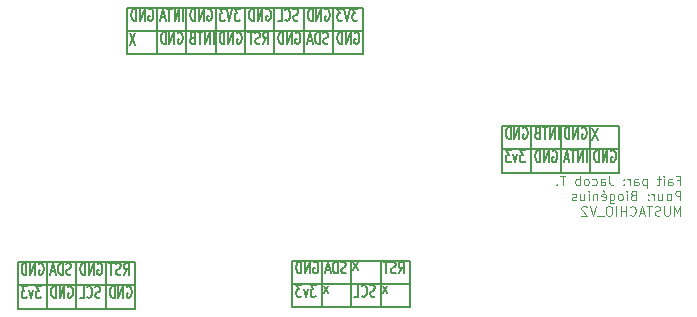
<source format=gbr>
%TF.GenerationSoftware,KiCad,Pcbnew,8.0.1-rc1*%
%TF.CreationDate,2024-05-02T00:25:51-04:00*%
%TF.ProjectId,Mustachio_v2,4d757374-6163-4686-996f-5f76322e6b69,rev?*%
%TF.SameCoordinates,Original*%
%TF.FileFunction,Legend,Bot*%
%TF.FilePolarity,Positive*%
%FSLAX46Y46*%
G04 Gerber Fmt 4.6, Leading zero omitted, Abs format (unit mm)*
G04 Created by KiCad (PCBNEW 8.0.1-rc1) date 2024-05-02 00:25:51*
%MOMM*%
%LPD*%
G01*
G04 APERTURE LIST*
%ADD10C,0.150000*%
%ADD11C,0.100000*%
G04 APERTURE END LIST*
D10*
X123464648Y-60625700D02*
X123364648Y-60673319D01*
X123364648Y-60673319D02*
X123197982Y-60673319D01*
X123197982Y-60673319D02*
X123131315Y-60625700D01*
X123131315Y-60625700D02*
X123097982Y-60578080D01*
X123097982Y-60578080D02*
X123064648Y-60482842D01*
X123064648Y-60482842D02*
X123064648Y-60387604D01*
X123064648Y-60387604D02*
X123097982Y-60292366D01*
X123097982Y-60292366D02*
X123131315Y-60244747D01*
X123131315Y-60244747D02*
X123197982Y-60197128D01*
X123197982Y-60197128D02*
X123331315Y-60149509D01*
X123331315Y-60149509D02*
X123397982Y-60101890D01*
X123397982Y-60101890D02*
X123431315Y-60054271D01*
X123431315Y-60054271D02*
X123464648Y-59959033D01*
X123464648Y-59959033D02*
X123464648Y-59863795D01*
X123464648Y-59863795D02*
X123431315Y-59768557D01*
X123431315Y-59768557D02*
X123397982Y-59720938D01*
X123397982Y-59720938D02*
X123331315Y-59673319D01*
X123331315Y-59673319D02*
X123164648Y-59673319D01*
X123164648Y-59673319D02*
X123064648Y-59720938D01*
X122764648Y-60673319D02*
X122764648Y-59673319D01*
X122764648Y-59673319D02*
X122597981Y-59673319D01*
X122597981Y-59673319D02*
X122497981Y-59720938D01*
X122497981Y-59720938D02*
X122431315Y-59816176D01*
X122431315Y-59816176D02*
X122397981Y-59911414D01*
X122397981Y-59911414D02*
X122364648Y-60101890D01*
X122364648Y-60101890D02*
X122364648Y-60244747D01*
X122364648Y-60244747D02*
X122397981Y-60435223D01*
X122397981Y-60435223D02*
X122431315Y-60530461D01*
X122431315Y-60530461D02*
X122497981Y-60625700D01*
X122497981Y-60625700D02*
X122597981Y-60673319D01*
X122597981Y-60673319D02*
X122764648Y-60673319D01*
X122097981Y-60387604D02*
X121764648Y-60387604D01*
X122164648Y-60673319D02*
X121931315Y-59673319D01*
X121931315Y-59673319D02*
X121697981Y-60673319D01*
X121618684Y-61695180D02*
X121985350Y-62361847D01*
X121618684Y-62361847D02*
X121985350Y-61695180D01*
X120907982Y-61638319D02*
X120474648Y-61638319D01*
X120474648Y-61638319D02*
X120707982Y-62019271D01*
X120707982Y-62019271D02*
X120607982Y-62019271D01*
X120607982Y-62019271D02*
X120541315Y-62066890D01*
X120541315Y-62066890D02*
X120507982Y-62114509D01*
X120507982Y-62114509D02*
X120474648Y-62209747D01*
X120474648Y-62209747D02*
X120474648Y-62447842D01*
X120474648Y-62447842D02*
X120507982Y-62543080D01*
X120507982Y-62543080D02*
X120541315Y-62590700D01*
X120541315Y-62590700D02*
X120607982Y-62638319D01*
X120607982Y-62638319D02*
X120807982Y-62638319D01*
X120807982Y-62638319D02*
X120874648Y-62590700D01*
X120874648Y-62590700D02*
X120907982Y-62543080D01*
X120241315Y-61971652D02*
X120074648Y-62638319D01*
X120074648Y-62638319D02*
X119907981Y-61971652D01*
X119707982Y-61638319D02*
X119274648Y-61638319D01*
X119274648Y-61638319D02*
X119507982Y-62019271D01*
X119507982Y-62019271D02*
X119407982Y-62019271D01*
X119407982Y-62019271D02*
X119341315Y-62066890D01*
X119341315Y-62066890D02*
X119307982Y-62114509D01*
X119307982Y-62114509D02*
X119274648Y-62209747D01*
X119274648Y-62209747D02*
X119274648Y-62447842D01*
X119274648Y-62447842D02*
X119307982Y-62543080D01*
X119307982Y-62543080D02*
X119341315Y-62590700D01*
X119341315Y-62590700D02*
X119407982Y-62638319D01*
X119407982Y-62638319D02*
X119607982Y-62638319D01*
X119607982Y-62638319D02*
X119674648Y-62590700D01*
X119674648Y-62590700D02*
X119707982Y-62543080D01*
X120741314Y-59720938D02*
X120807981Y-59673319D01*
X120807981Y-59673319D02*
X120907981Y-59673319D01*
X120907981Y-59673319D02*
X121007981Y-59720938D01*
X121007981Y-59720938D02*
X121074648Y-59816176D01*
X121074648Y-59816176D02*
X121107981Y-59911414D01*
X121107981Y-59911414D02*
X121141314Y-60101890D01*
X121141314Y-60101890D02*
X121141314Y-60244747D01*
X121141314Y-60244747D02*
X121107981Y-60435223D01*
X121107981Y-60435223D02*
X121074648Y-60530461D01*
X121074648Y-60530461D02*
X121007981Y-60625700D01*
X121007981Y-60625700D02*
X120907981Y-60673319D01*
X120907981Y-60673319D02*
X120841314Y-60673319D01*
X120841314Y-60673319D02*
X120741314Y-60625700D01*
X120741314Y-60625700D02*
X120707981Y-60578080D01*
X120707981Y-60578080D02*
X120707981Y-60244747D01*
X120707981Y-60244747D02*
X120841314Y-60244747D01*
X120407981Y-60673319D02*
X120407981Y-59673319D01*
X120407981Y-59673319D02*
X120007981Y-60673319D01*
X120007981Y-60673319D02*
X120007981Y-59673319D01*
X119674648Y-60673319D02*
X119674648Y-59673319D01*
X119674648Y-59673319D02*
X119507981Y-59673319D01*
X119507981Y-59673319D02*
X119407981Y-59720938D01*
X119407981Y-59720938D02*
X119341315Y-59816176D01*
X119341315Y-59816176D02*
X119307981Y-59911414D01*
X119307981Y-59911414D02*
X119274648Y-60101890D01*
X119274648Y-60101890D02*
X119274648Y-60244747D01*
X119274648Y-60244747D02*
X119307981Y-60435223D01*
X119307981Y-60435223D02*
X119341315Y-60530461D01*
X119341315Y-60530461D02*
X119407981Y-60625700D01*
X119407981Y-60625700D02*
X119507981Y-60673319D01*
X119507981Y-60673319D02*
X119674648Y-60673319D01*
X126598684Y-61695180D02*
X126965350Y-62361847D01*
X126598684Y-62361847D02*
X126965350Y-61695180D01*
X125921316Y-62590700D02*
X125821316Y-62638319D01*
X125821316Y-62638319D02*
X125654650Y-62638319D01*
X125654650Y-62638319D02*
X125587983Y-62590700D01*
X125587983Y-62590700D02*
X125554650Y-62543080D01*
X125554650Y-62543080D02*
X125521316Y-62447842D01*
X125521316Y-62447842D02*
X125521316Y-62352604D01*
X125521316Y-62352604D02*
X125554650Y-62257366D01*
X125554650Y-62257366D02*
X125587983Y-62209747D01*
X125587983Y-62209747D02*
X125654650Y-62162128D01*
X125654650Y-62162128D02*
X125787983Y-62114509D01*
X125787983Y-62114509D02*
X125854650Y-62066890D01*
X125854650Y-62066890D02*
X125887983Y-62019271D01*
X125887983Y-62019271D02*
X125921316Y-61924033D01*
X125921316Y-61924033D02*
X125921316Y-61828795D01*
X125921316Y-61828795D02*
X125887983Y-61733557D01*
X125887983Y-61733557D02*
X125854650Y-61685938D01*
X125854650Y-61685938D02*
X125787983Y-61638319D01*
X125787983Y-61638319D02*
X125621316Y-61638319D01*
X125621316Y-61638319D02*
X125521316Y-61685938D01*
X124821316Y-62543080D02*
X124854649Y-62590700D01*
X124854649Y-62590700D02*
X124954649Y-62638319D01*
X124954649Y-62638319D02*
X125021316Y-62638319D01*
X125021316Y-62638319D02*
X125121316Y-62590700D01*
X125121316Y-62590700D02*
X125187983Y-62495461D01*
X125187983Y-62495461D02*
X125221316Y-62400223D01*
X125221316Y-62400223D02*
X125254649Y-62209747D01*
X125254649Y-62209747D02*
X125254649Y-62066890D01*
X125254649Y-62066890D02*
X125221316Y-61876414D01*
X125221316Y-61876414D02*
X125187983Y-61781176D01*
X125187983Y-61781176D02*
X125121316Y-61685938D01*
X125121316Y-61685938D02*
X125021316Y-61638319D01*
X125021316Y-61638319D02*
X124954649Y-61638319D01*
X124954649Y-61638319D02*
X124854649Y-61685938D01*
X124854649Y-61685938D02*
X124821316Y-61733557D01*
X124187983Y-62638319D02*
X124521316Y-62638319D01*
X124521316Y-62638319D02*
X124521316Y-61638319D01*
X124108684Y-59730180D02*
X124475350Y-60396847D01*
X124108684Y-60396847D02*
X124475350Y-59730180D01*
X127944649Y-60673319D02*
X128177982Y-60197128D01*
X128344649Y-60673319D02*
X128344649Y-59673319D01*
X128344649Y-59673319D02*
X128077982Y-59673319D01*
X128077982Y-59673319D02*
X128011316Y-59720938D01*
X128011316Y-59720938D02*
X127977982Y-59768557D01*
X127977982Y-59768557D02*
X127944649Y-59863795D01*
X127944649Y-59863795D02*
X127944649Y-60006652D01*
X127944649Y-60006652D02*
X127977982Y-60101890D01*
X127977982Y-60101890D02*
X128011316Y-60149509D01*
X128011316Y-60149509D02*
X128077982Y-60197128D01*
X128077982Y-60197128D02*
X128344649Y-60197128D01*
X127677982Y-60625700D02*
X127577982Y-60673319D01*
X127577982Y-60673319D02*
X127411316Y-60673319D01*
X127411316Y-60673319D02*
X127344649Y-60625700D01*
X127344649Y-60625700D02*
X127311316Y-60578080D01*
X127311316Y-60578080D02*
X127277982Y-60482842D01*
X127277982Y-60482842D02*
X127277982Y-60387604D01*
X127277982Y-60387604D02*
X127311316Y-60292366D01*
X127311316Y-60292366D02*
X127344649Y-60244747D01*
X127344649Y-60244747D02*
X127411316Y-60197128D01*
X127411316Y-60197128D02*
X127544649Y-60149509D01*
X127544649Y-60149509D02*
X127611316Y-60101890D01*
X127611316Y-60101890D02*
X127644649Y-60054271D01*
X127644649Y-60054271D02*
X127677982Y-59959033D01*
X127677982Y-59959033D02*
X127677982Y-59863795D01*
X127677982Y-59863795D02*
X127644649Y-59768557D01*
X127644649Y-59768557D02*
X127611316Y-59720938D01*
X127611316Y-59720938D02*
X127544649Y-59673319D01*
X127544649Y-59673319D02*
X127377982Y-59673319D01*
X127377982Y-59673319D02*
X127277982Y-59720938D01*
X127077982Y-59673319D02*
X126677982Y-59673319D01*
X126877982Y-60673319D02*
X126877982Y-59673319D01*
X123910000Y-59600000D02*
X128890000Y-59600000D01*
X128890000Y-63530000D01*
X123910000Y-63530000D01*
X123910000Y-59600000D01*
X118930000Y-59600000D02*
X121420000Y-59600000D01*
X121420000Y-63530000D01*
X118930000Y-63530000D01*
X118930000Y-59600000D01*
X118930000Y-59600000D02*
X128890000Y-59600000D01*
X128890000Y-63530000D01*
X118930000Y-63530000D01*
X118930000Y-59600000D01*
X118930000Y-59600000D02*
X123910000Y-59600000D01*
X123910000Y-63530000D01*
X118930000Y-63530000D01*
X118930000Y-59600000D01*
X118930000Y-61565000D02*
X128890000Y-61565000D01*
X123910000Y-59600000D02*
X126400000Y-59600000D01*
X126400000Y-63530000D01*
X123910000Y-63530000D01*
X123910000Y-59600000D01*
X104677983Y-60784819D02*
X104911316Y-60308628D01*
X105077983Y-60784819D02*
X105077983Y-59784819D01*
X105077983Y-59784819D02*
X104811316Y-59784819D01*
X104811316Y-59784819D02*
X104744650Y-59832438D01*
X104744650Y-59832438D02*
X104711316Y-59880057D01*
X104711316Y-59880057D02*
X104677983Y-59975295D01*
X104677983Y-59975295D02*
X104677983Y-60118152D01*
X104677983Y-60118152D02*
X104711316Y-60213390D01*
X104711316Y-60213390D02*
X104744650Y-60261009D01*
X104744650Y-60261009D02*
X104811316Y-60308628D01*
X104811316Y-60308628D02*
X105077983Y-60308628D01*
X104411316Y-60737200D02*
X104311316Y-60784819D01*
X104311316Y-60784819D02*
X104144650Y-60784819D01*
X104144650Y-60784819D02*
X104077983Y-60737200D01*
X104077983Y-60737200D02*
X104044650Y-60689580D01*
X104044650Y-60689580D02*
X104011316Y-60594342D01*
X104011316Y-60594342D02*
X104011316Y-60499104D01*
X104011316Y-60499104D02*
X104044650Y-60403866D01*
X104044650Y-60403866D02*
X104077983Y-60356247D01*
X104077983Y-60356247D02*
X104144650Y-60308628D01*
X104144650Y-60308628D02*
X104277983Y-60261009D01*
X104277983Y-60261009D02*
X104344650Y-60213390D01*
X104344650Y-60213390D02*
X104377983Y-60165771D01*
X104377983Y-60165771D02*
X104411316Y-60070533D01*
X104411316Y-60070533D02*
X104411316Y-59975295D01*
X104411316Y-59975295D02*
X104377983Y-59880057D01*
X104377983Y-59880057D02*
X104344650Y-59832438D01*
X104344650Y-59832438D02*
X104277983Y-59784819D01*
X104277983Y-59784819D02*
X104111316Y-59784819D01*
X104111316Y-59784819D02*
X104011316Y-59832438D01*
X103811316Y-59784819D02*
X103411316Y-59784819D01*
X103611316Y-60784819D02*
X103611316Y-59784819D01*
X100197982Y-60737200D02*
X100097982Y-60784819D01*
X100097982Y-60784819D02*
X99931316Y-60784819D01*
X99931316Y-60784819D02*
X99864649Y-60737200D01*
X99864649Y-60737200D02*
X99831316Y-60689580D01*
X99831316Y-60689580D02*
X99797982Y-60594342D01*
X99797982Y-60594342D02*
X99797982Y-60499104D01*
X99797982Y-60499104D02*
X99831316Y-60403866D01*
X99831316Y-60403866D02*
X99864649Y-60356247D01*
X99864649Y-60356247D02*
X99931316Y-60308628D01*
X99931316Y-60308628D02*
X100064649Y-60261009D01*
X100064649Y-60261009D02*
X100131316Y-60213390D01*
X100131316Y-60213390D02*
X100164649Y-60165771D01*
X100164649Y-60165771D02*
X100197982Y-60070533D01*
X100197982Y-60070533D02*
X100197982Y-59975295D01*
X100197982Y-59975295D02*
X100164649Y-59880057D01*
X100164649Y-59880057D02*
X100131316Y-59832438D01*
X100131316Y-59832438D02*
X100064649Y-59784819D01*
X100064649Y-59784819D02*
X99897982Y-59784819D01*
X99897982Y-59784819D02*
X99797982Y-59832438D01*
X99497982Y-60784819D02*
X99497982Y-59784819D01*
X99497982Y-59784819D02*
X99331315Y-59784819D01*
X99331315Y-59784819D02*
X99231315Y-59832438D01*
X99231315Y-59832438D02*
X99164649Y-59927676D01*
X99164649Y-59927676D02*
X99131315Y-60022914D01*
X99131315Y-60022914D02*
X99097982Y-60213390D01*
X99097982Y-60213390D02*
X99097982Y-60356247D01*
X99097982Y-60356247D02*
X99131315Y-60546723D01*
X99131315Y-60546723D02*
X99164649Y-60641961D01*
X99164649Y-60641961D02*
X99231315Y-60737200D01*
X99231315Y-60737200D02*
X99331315Y-60784819D01*
X99331315Y-60784819D02*
X99497982Y-60784819D01*
X98831315Y-60499104D02*
X98497982Y-60499104D01*
X98897982Y-60784819D02*
X98664649Y-59784819D01*
X98664649Y-59784819D02*
X98431315Y-60784819D01*
X102454648Y-59832438D02*
X102521315Y-59784819D01*
X102521315Y-59784819D02*
X102621315Y-59784819D01*
X102621315Y-59784819D02*
X102721315Y-59832438D01*
X102721315Y-59832438D02*
X102787982Y-59927676D01*
X102787982Y-59927676D02*
X102821315Y-60022914D01*
X102821315Y-60022914D02*
X102854648Y-60213390D01*
X102854648Y-60213390D02*
X102854648Y-60356247D01*
X102854648Y-60356247D02*
X102821315Y-60546723D01*
X102821315Y-60546723D02*
X102787982Y-60641961D01*
X102787982Y-60641961D02*
X102721315Y-60737200D01*
X102721315Y-60737200D02*
X102621315Y-60784819D01*
X102621315Y-60784819D02*
X102554648Y-60784819D01*
X102554648Y-60784819D02*
X102454648Y-60737200D01*
X102454648Y-60737200D02*
X102421315Y-60689580D01*
X102421315Y-60689580D02*
X102421315Y-60356247D01*
X102421315Y-60356247D02*
X102554648Y-60356247D01*
X102121315Y-60784819D02*
X102121315Y-59784819D01*
X102121315Y-59784819D02*
X101721315Y-60784819D01*
X101721315Y-60784819D02*
X101721315Y-59784819D01*
X101387982Y-60784819D02*
X101387982Y-59784819D01*
X101387982Y-59784819D02*
X101221315Y-59784819D01*
X101221315Y-59784819D02*
X101121315Y-59832438D01*
X101121315Y-59832438D02*
X101054649Y-59927676D01*
X101054649Y-59927676D02*
X101021315Y-60022914D01*
X101021315Y-60022914D02*
X100987982Y-60213390D01*
X100987982Y-60213390D02*
X100987982Y-60356247D01*
X100987982Y-60356247D02*
X101021315Y-60546723D01*
X101021315Y-60546723D02*
X101054649Y-60641961D01*
X101054649Y-60641961D02*
X101121315Y-60737200D01*
X101121315Y-60737200D02*
X101221315Y-60784819D01*
X101221315Y-60784819D02*
X101387982Y-60784819D01*
X102654650Y-62702200D02*
X102554650Y-62749819D01*
X102554650Y-62749819D02*
X102387984Y-62749819D01*
X102387984Y-62749819D02*
X102321317Y-62702200D01*
X102321317Y-62702200D02*
X102287984Y-62654580D01*
X102287984Y-62654580D02*
X102254650Y-62559342D01*
X102254650Y-62559342D02*
X102254650Y-62464104D01*
X102254650Y-62464104D02*
X102287984Y-62368866D01*
X102287984Y-62368866D02*
X102321317Y-62321247D01*
X102321317Y-62321247D02*
X102387984Y-62273628D01*
X102387984Y-62273628D02*
X102521317Y-62226009D01*
X102521317Y-62226009D02*
X102587984Y-62178390D01*
X102587984Y-62178390D02*
X102621317Y-62130771D01*
X102621317Y-62130771D02*
X102654650Y-62035533D01*
X102654650Y-62035533D02*
X102654650Y-61940295D01*
X102654650Y-61940295D02*
X102621317Y-61845057D01*
X102621317Y-61845057D02*
X102587984Y-61797438D01*
X102587984Y-61797438D02*
X102521317Y-61749819D01*
X102521317Y-61749819D02*
X102354650Y-61749819D01*
X102354650Y-61749819D02*
X102254650Y-61797438D01*
X101554650Y-62654580D02*
X101587983Y-62702200D01*
X101587983Y-62702200D02*
X101687983Y-62749819D01*
X101687983Y-62749819D02*
X101754650Y-62749819D01*
X101754650Y-62749819D02*
X101854650Y-62702200D01*
X101854650Y-62702200D02*
X101921317Y-62606961D01*
X101921317Y-62606961D02*
X101954650Y-62511723D01*
X101954650Y-62511723D02*
X101987983Y-62321247D01*
X101987983Y-62321247D02*
X101987983Y-62178390D01*
X101987983Y-62178390D02*
X101954650Y-61987914D01*
X101954650Y-61987914D02*
X101921317Y-61892676D01*
X101921317Y-61892676D02*
X101854650Y-61797438D01*
X101854650Y-61797438D02*
X101754650Y-61749819D01*
X101754650Y-61749819D02*
X101687983Y-61749819D01*
X101687983Y-61749819D02*
X101587983Y-61797438D01*
X101587983Y-61797438D02*
X101554650Y-61845057D01*
X100921317Y-62749819D02*
X101254650Y-62749819D01*
X101254650Y-62749819D02*
X101254650Y-61749819D01*
X99964648Y-61797438D02*
X100031315Y-61749819D01*
X100031315Y-61749819D02*
X100131315Y-61749819D01*
X100131315Y-61749819D02*
X100231315Y-61797438D01*
X100231315Y-61797438D02*
X100297982Y-61892676D01*
X100297982Y-61892676D02*
X100331315Y-61987914D01*
X100331315Y-61987914D02*
X100364648Y-62178390D01*
X100364648Y-62178390D02*
X100364648Y-62321247D01*
X100364648Y-62321247D02*
X100331315Y-62511723D01*
X100331315Y-62511723D02*
X100297982Y-62606961D01*
X100297982Y-62606961D02*
X100231315Y-62702200D01*
X100231315Y-62702200D02*
X100131315Y-62749819D01*
X100131315Y-62749819D02*
X100064648Y-62749819D01*
X100064648Y-62749819D02*
X99964648Y-62702200D01*
X99964648Y-62702200D02*
X99931315Y-62654580D01*
X99931315Y-62654580D02*
X99931315Y-62321247D01*
X99931315Y-62321247D02*
X100064648Y-62321247D01*
X99631315Y-62749819D02*
X99631315Y-61749819D01*
X99631315Y-61749819D02*
X99231315Y-62749819D01*
X99231315Y-62749819D02*
X99231315Y-61749819D01*
X98897982Y-62749819D02*
X98897982Y-61749819D01*
X98897982Y-61749819D02*
X98731315Y-61749819D01*
X98731315Y-61749819D02*
X98631315Y-61797438D01*
X98631315Y-61797438D02*
X98564649Y-61892676D01*
X98564649Y-61892676D02*
X98531315Y-61987914D01*
X98531315Y-61987914D02*
X98497982Y-62178390D01*
X98497982Y-62178390D02*
X98497982Y-62321247D01*
X98497982Y-62321247D02*
X98531315Y-62511723D01*
X98531315Y-62511723D02*
X98564649Y-62606961D01*
X98564649Y-62606961D02*
X98631315Y-62702200D01*
X98631315Y-62702200D02*
X98731315Y-62749819D01*
X98731315Y-62749819D02*
X98897982Y-62749819D01*
X97641316Y-61749819D02*
X97207982Y-61749819D01*
X97207982Y-61749819D02*
X97441316Y-62130771D01*
X97441316Y-62130771D02*
X97341316Y-62130771D01*
X97341316Y-62130771D02*
X97274649Y-62178390D01*
X97274649Y-62178390D02*
X97241316Y-62226009D01*
X97241316Y-62226009D02*
X97207982Y-62321247D01*
X97207982Y-62321247D02*
X97207982Y-62559342D01*
X97207982Y-62559342D02*
X97241316Y-62654580D01*
X97241316Y-62654580D02*
X97274649Y-62702200D01*
X97274649Y-62702200D02*
X97341316Y-62749819D01*
X97341316Y-62749819D02*
X97541316Y-62749819D01*
X97541316Y-62749819D02*
X97607982Y-62702200D01*
X97607982Y-62702200D02*
X97641316Y-62654580D01*
X96974649Y-62083152D02*
X96807982Y-62749819D01*
X96807982Y-62749819D02*
X96641315Y-62083152D01*
X96441316Y-61749819D02*
X96007982Y-61749819D01*
X96007982Y-61749819D02*
X96241316Y-62130771D01*
X96241316Y-62130771D02*
X96141316Y-62130771D01*
X96141316Y-62130771D02*
X96074649Y-62178390D01*
X96074649Y-62178390D02*
X96041316Y-62226009D01*
X96041316Y-62226009D02*
X96007982Y-62321247D01*
X96007982Y-62321247D02*
X96007982Y-62559342D01*
X96007982Y-62559342D02*
X96041316Y-62654580D01*
X96041316Y-62654580D02*
X96074649Y-62702200D01*
X96074649Y-62702200D02*
X96141316Y-62749819D01*
X96141316Y-62749819D02*
X96341316Y-62749819D01*
X96341316Y-62749819D02*
X96407982Y-62702200D01*
X96407982Y-62702200D02*
X96441316Y-62654580D01*
X104944648Y-61797438D02*
X105011315Y-61749819D01*
X105011315Y-61749819D02*
X105111315Y-61749819D01*
X105111315Y-61749819D02*
X105211315Y-61797438D01*
X105211315Y-61797438D02*
X105277982Y-61892676D01*
X105277982Y-61892676D02*
X105311315Y-61987914D01*
X105311315Y-61987914D02*
X105344648Y-62178390D01*
X105344648Y-62178390D02*
X105344648Y-62321247D01*
X105344648Y-62321247D02*
X105311315Y-62511723D01*
X105311315Y-62511723D02*
X105277982Y-62606961D01*
X105277982Y-62606961D02*
X105211315Y-62702200D01*
X105211315Y-62702200D02*
X105111315Y-62749819D01*
X105111315Y-62749819D02*
X105044648Y-62749819D01*
X105044648Y-62749819D02*
X104944648Y-62702200D01*
X104944648Y-62702200D02*
X104911315Y-62654580D01*
X104911315Y-62654580D02*
X104911315Y-62321247D01*
X104911315Y-62321247D02*
X105044648Y-62321247D01*
X104611315Y-62749819D02*
X104611315Y-61749819D01*
X104611315Y-61749819D02*
X104211315Y-62749819D01*
X104211315Y-62749819D02*
X104211315Y-61749819D01*
X103877982Y-62749819D02*
X103877982Y-61749819D01*
X103877982Y-61749819D02*
X103711315Y-61749819D01*
X103711315Y-61749819D02*
X103611315Y-61797438D01*
X103611315Y-61797438D02*
X103544649Y-61892676D01*
X103544649Y-61892676D02*
X103511315Y-61987914D01*
X103511315Y-61987914D02*
X103477982Y-62178390D01*
X103477982Y-62178390D02*
X103477982Y-62321247D01*
X103477982Y-62321247D02*
X103511315Y-62511723D01*
X103511315Y-62511723D02*
X103544649Y-62606961D01*
X103544649Y-62606961D02*
X103611315Y-62702200D01*
X103611315Y-62702200D02*
X103711315Y-62749819D01*
X103711315Y-62749819D02*
X103877982Y-62749819D01*
X97474648Y-59832438D02*
X97541315Y-59784819D01*
X97541315Y-59784819D02*
X97641315Y-59784819D01*
X97641315Y-59784819D02*
X97741315Y-59832438D01*
X97741315Y-59832438D02*
X97807982Y-59927676D01*
X97807982Y-59927676D02*
X97841315Y-60022914D01*
X97841315Y-60022914D02*
X97874648Y-60213390D01*
X97874648Y-60213390D02*
X97874648Y-60356247D01*
X97874648Y-60356247D02*
X97841315Y-60546723D01*
X97841315Y-60546723D02*
X97807982Y-60641961D01*
X97807982Y-60641961D02*
X97741315Y-60737200D01*
X97741315Y-60737200D02*
X97641315Y-60784819D01*
X97641315Y-60784819D02*
X97574648Y-60784819D01*
X97574648Y-60784819D02*
X97474648Y-60737200D01*
X97474648Y-60737200D02*
X97441315Y-60689580D01*
X97441315Y-60689580D02*
X97441315Y-60356247D01*
X97441315Y-60356247D02*
X97574648Y-60356247D01*
X97141315Y-60784819D02*
X97141315Y-59784819D01*
X97141315Y-59784819D02*
X96741315Y-60784819D01*
X96741315Y-60784819D02*
X96741315Y-59784819D01*
X96407982Y-60784819D02*
X96407982Y-59784819D01*
X96407982Y-59784819D02*
X96241315Y-59784819D01*
X96241315Y-59784819D02*
X96141315Y-59832438D01*
X96141315Y-59832438D02*
X96074649Y-59927676D01*
X96074649Y-59927676D02*
X96041315Y-60022914D01*
X96041315Y-60022914D02*
X96007982Y-60213390D01*
X96007982Y-60213390D02*
X96007982Y-60356247D01*
X96007982Y-60356247D02*
X96041315Y-60546723D01*
X96041315Y-60546723D02*
X96074649Y-60641961D01*
X96074649Y-60641961D02*
X96141315Y-60737200D01*
X96141315Y-60737200D02*
X96241315Y-60784819D01*
X96241315Y-60784819D02*
X96407982Y-60784819D01*
X100643334Y-59711500D02*
X103133334Y-59711500D01*
X103133334Y-63641500D01*
X100643334Y-63641500D01*
X100643334Y-59711500D01*
X95663334Y-61676500D02*
X105623334Y-61676500D01*
X95663334Y-59711500D02*
X98153334Y-59711500D01*
X98153334Y-63641500D01*
X95663334Y-63641500D01*
X95663334Y-59711500D01*
X100643334Y-59711500D02*
X105623334Y-59711500D01*
X105623334Y-63641500D01*
X100643334Y-63641500D01*
X100643334Y-59711500D01*
X95663334Y-59711500D02*
X100643334Y-59711500D01*
X100643334Y-63641500D01*
X95663334Y-63641500D01*
X95663334Y-59711500D01*
X95663334Y-59711500D02*
X105623334Y-59711500D01*
X105623334Y-63641500D01*
X95663334Y-63641500D01*
X95663334Y-59711500D01*
X143451316Y-48327438D02*
X143517983Y-48279819D01*
X143517983Y-48279819D02*
X143617983Y-48279819D01*
X143617983Y-48279819D02*
X143717983Y-48327438D01*
X143717983Y-48327438D02*
X143784650Y-48422676D01*
X143784650Y-48422676D02*
X143817983Y-48517914D01*
X143817983Y-48517914D02*
X143851316Y-48708390D01*
X143851316Y-48708390D02*
X143851316Y-48851247D01*
X143851316Y-48851247D02*
X143817983Y-49041723D01*
X143817983Y-49041723D02*
X143784650Y-49136961D01*
X143784650Y-49136961D02*
X143717983Y-49232200D01*
X143717983Y-49232200D02*
X143617983Y-49279819D01*
X143617983Y-49279819D02*
X143551316Y-49279819D01*
X143551316Y-49279819D02*
X143451316Y-49232200D01*
X143451316Y-49232200D02*
X143417983Y-49184580D01*
X143417983Y-49184580D02*
X143417983Y-48851247D01*
X143417983Y-48851247D02*
X143551316Y-48851247D01*
X143117983Y-49279819D02*
X143117983Y-48279819D01*
X143117983Y-48279819D02*
X142717983Y-49279819D01*
X142717983Y-49279819D02*
X142717983Y-48279819D01*
X142384650Y-49279819D02*
X142384650Y-48279819D01*
X142384650Y-48279819D02*
X142217983Y-48279819D01*
X142217983Y-48279819D02*
X142117983Y-48327438D01*
X142117983Y-48327438D02*
X142051317Y-48422676D01*
X142051317Y-48422676D02*
X142017983Y-48517914D01*
X142017983Y-48517914D02*
X141984650Y-48708390D01*
X141984650Y-48708390D02*
X141984650Y-48851247D01*
X141984650Y-48851247D02*
X142017983Y-49041723D01*
X142017983Y-49041723D02*
X142051317Y-49136961D01*
X142051317Y-49136961D02*
X142117983Y-49232200D01*
X142117983Y-49232200D02*
X142217983Y-49279819D01*
X142217983Y-49279819D02*
X142384650Y-49279819D01*
X141494649Y-49279819D02*
X141494649Y-48279819D01*
X141161316Y-49279819D02*
X141161316Y-48279819D01*
X141161316Y-48279819D02*
X140761316Y-49279819D01*
X140761316Y-49279819D02*
X140761316Y-48279819D01*
X140527983Y-48279819D02*
X140127983Y-48279819D01*
X140327983Y-49279819D02*
X140327983Y-48279819D01*
X139661317Y-48756009D02*
X139561317Y-48803628D01*
X139561317Y-48803628D02*
X139527983Y-48851247D01*
X139527983Y-48851247D02*
X139494650Y-48946485D01*
X139494650Y-48946485D02*
X139494650Y-49089342D01*
X139494650Y-49089342D02*
X139527983Y-49184580D01*
X139527983Y-49184580D02*
X139561317Y-49232200D01*
X139561317Y-49232200D02*
X139627983Y-49279819D01*
X139627983Y-49279819D02*
X139894650Y-49279819D01*
X139894650Y-49279819D02*
X139894650Y-48279819D01*
X139894650Y-48279819D02*
X139661317Y-48279819D01*
X139661317Y-48279819D02*
X139594650Y-48327438D01*
X139594650Y-48327438D02*
X139561317Y-48375057D01*
X139561317Y-48375057D02*
X139527983Y-48470295D01*
X139527983Y-48470295D02*
X139527983Y-48565533D01*
X139527983Y-48565533D02*
X139561317Y-48660771D01*
X139561317Y-48660771D02*
X139594650Y-48708390D01*
X139594650Y-48708390D02*
X139661317Y-48756009D01*
X139661317Y-48756009D02*
X139894650Y-48756009D01*
X138471316Y-48327438D02*
X138537983Y-48279819D01*
X138537983Y-48279819D02*
X138637983Y-48279819D01*
X138637983Y-48279819D02*
X138737983Y-48327438D01*
X138737983Y-48327438D02*
X138804650Y-48422676D01*
X138804650Y-48422676D02*
X138837983Y-48517914D01*
X138837983Y-48517914D02*
X138871316Y-48708390D01*
X138871316Y-48708390D02*
X138871316Y-48851247D01*
X138871316Y-48851247D02*
X138837983Y-49041723D01*
X138837983Y-49041723D02*
X138804650Y-49136961D01*
X138804650Y-49136961D02*
X138737983Y-49232200D01*
X138737983Y-49232200D02*
X138637983Y-49279819D01*
X138637983Y-49279819D02*
X138571316Y-49279819D01*
X138571316Y-49279819D02*
X138471316Y-49232200D01*
X138471316Y-49232200D02*
X138437983Y-49184580D01*
X138437983Y-49184580D02*
X138437983Y-48851247D01*
X138437983Y-48851247D02*
X138571316Y-48851247D01*
X138137983Y-49279819D02*
X138137983Y-48279819D01*
X138137983Y-48279819D02*
X137737983Y-49279819D01*
X137737983Y-49279819D02*
X137737983Y-48279819D01*
X137404650Y-49279819D02*
X137404650Y-48279819D01*
X137404650Y-48279819D02*
X137237983Y-48279819D01*
X137237983Y-48279819D02*
X137137983Y-48327438D01*
X137137983Y-48327438D02*
X137071317Y-48422676D01*
X137071317Y-48422676D02*
X137037983Y-48517914D01*
X137037983Y-48517914D02*
X137004650Y-48708390D01*
X137004650Y-48708390D02*
X137004650Y-48851247D01*
X137004650Y-48851247D02*
X137037983Y-49041723D01*
X137037983Y-49041723D02*
X137071317Y-49136961D01*
X137071317Y-49136961D02*
X137137983Y-49232200D01*
X137137983Y-49232200D02*
X137237983Y-49279819D01*
X137237983Y-49279819D02*
X137404650Y-49279819D01*
X143884649Y-51244819D02*
X143884649Y-50244819D01*
X143551316Y-51244819D02*
X143551316Y-50244819D01*
X143551316Y-50244819D02*
X143151316Y-51244819D01*
X143151316Y-51244819D02*
X143151316Y-50244819D01*
X142917983Y-50244819D02*
X142517983Y-50244819D01*
X142717983Y-51244819D02*
X142717983Y-50244819D01*
X142317983Y-50959104D02*
X141984650Y-50959104D01*
X142384650Y-51244819D02*
X142151317Y-50244819D01*
X142151317Y-50244819D02*
X141917983Y-51244819D01*
X144328686Y-49336680D02*
X144795352Y-48336680D01*
X144795352Y-49336680D02*
X144328686Y-48336680D01*
X138637984Y-50244819D02*
X138204650Y-50244819D01*
X138204650Y-50244819D02*
X138437984Y-50625771D01*
X138437984Y-50625771D02*
X138337984Y-50625771D01*
X138337984Y-50625771D02*
X138271317Y-50673390D01*
X138271317Y-50673390D02*
X138237984Y-50721009D01*
X138237984Y-50721009D02*
X138204650Y-50816247D01*
X138204650Y-50816247D02*
X138204650Y-51054342D01*
X138204650Y-51054342D02*
X138237984Y-51149580D01*
X138237984Y-51149580D02*
X138271317Y-51197200D01*
X138271317Y-51197200D02*
X138337984Y-51244819D01*
X138337984Y-51244819D02*
X138537984Y-51244819D01*
X138537984Y-51244819D02*
X138604650Y-51197200D01*
X138604650Y-51197200D02*
X138637984Y-51149580D01*
X137971317Y-50578152D02*
X137804650Y-51244819D01*
X137804650Y-51244819D02*
X137637983Y-50578152D01*
X137437984Y-50244819D02*
X137004650Y-50244819D01*
X137004650Y-50244819D02*
X137237984Y-50625771D01*
X137237984Y-50625771D02*
X137137984Y-50625771D01*
X137137984Y-50625771D02*
X137071317Y-50673390D01*
X137071317Y-50673390D02*
X137037984Y-50721009D01*
X137037984Y-50721009D02*
X137004650Y-50816247D01*
X137004650Y-50816247D02*
X137004650Y-51054342D01*
X137004650Y-51054342D02*
X137037984Y-51149580D01*
X137037984Y-51149580D02*
X137071317Y-51197200D01*
X137071317Y-51197200D02*
X137137984Y-51244819D01*
X137137984Y-51244819D02*
X137337984Y-51244819D01*
X137337984Y-51244819D02*
X137404650Y-51197200D01*
X137404650Y-51197200D02*
X137437984Y-51149580D01*
X145941316Y-50292438D02*
X146007983Y-50244819D01*
X146007983Y-50244819D02*
X146107983Y-50244819D01*
X146107983Y-50244819D02*
X146207983Y-50292438D01*
X146207983Y-50292438D02*
X146274650Y-50387676D01*
X146274650Y-50387676D02*
X146307983Y-50482914D01*
X146307983Y-50482914D02*
X146341316Y-50673390D01*
X146341316Y-50673390D02*
X146341316Y-50816247D01*
X146341316Y-50816247D02*
X146307983Y-51006723D01*
X146307983Y-51006723D02*
X146274650Y-51101961D01*
X146274650Y-51101961D02*
X146207983Y-51197200D01*
X146207983Y-51197200D02*
X146107983Y-51244819D01*
X146107983Y-51244819D02*
X146041316Y-51244819D01*
X146041316Y-51244819D02*
X145941316Y-51197200D01*
X145941316Y-51197200D02*
X145907983Y-51149580D01*
X145907983Y-51149580D02*
X145907983Y-50816247D01*
X145907983Y-50816247D02*
X146041316Y-50816247D01*
X145607983Y-51244819D02*
X145607983Y-50244819D01*
X145607983Y-50244819D02*
X145207983Y-51244819D01*
X145207983Y-51244819D02*
X145207983Y-50244819D01*
X144874650Y-51244819D02*
X144874650Y-50244819D01*
X144874650Y-50244819D02*
X144707983Y-50244819D01*
X144707983Y-50244819D02*
X144607983Y-50292438D01*
X144607983Y-50292438D02*
X144541317Y-50387676D01*
X144541317Y-50387676D02*
X144507983Y-50482914D01*
X144507983Y-50482914D02*
X144474650Y-50673390D01*
X144474650Y-50673390D02*
X144474650Y-50816247D01*
X144474650Y-50816247D02*
X144507983Y-51006723D01*
X144507983Y-51006723D02*
X144541317Y-51101961D01*
X144541317Y-51101961D02*
X144607983Y-51197200D01*
X144607983Y-51197200D02*
X144707983Y-51244819D01*
X144707983Y-51244819D02*
X144874650Y-51244819D01*
X140961316Y-50292438D02*
X141027983Y-50244819D01*
X141027983Y-50244819D02*
X141127983Y-50244819D01*
X141127983Y-50244819D02*
X141227983Y-50292438D01*
X141227983Y-50292438D02*
X141294650Y-50387676D01*
X141294650Y-50387676D02*
X141327983Y-50482914D01*
X141327983Y-50482914D02*
X141361316Y-50673390D01*
X141361316Y-50673390D02*
X141361316Y-50816247D01*
X141361316Y-50816247D02*
X141327983Y-51006723D01*
X141327983Y-51006723D02*
X141294650Y-51101961D01*
X141294650Y-51101961D02*
X141227983Y-51197200D01*
X141227983Y-51197200D02*
X141127983Y-51244819D01*
X141127983Y-51244819D02*
X141061316Y-51244819D01*
X141061316Y-51244819D02*
X140961316Y-51197200D01*
X140961316Y-51197200D02*
X140927983Y-51149580D01*
X140927983Y-51149580D02*
X140927983Y-50816247D01*
X140927983Y-50816247D02*
X141061316Y-50816247D01*
X140627983Y-51244819D02*
X140627983Y-50244819D01*
X140627983Y-50244819D02*
X140227983Y-51244819D01*
X140227983Y-51244819D02*
X140227983Y-50244819D01*
X139894650Y-51244819D02*
X139894650Y-50244819D01*
X139894650Y-50244819D02*
X139727983Y-50244819D01*
X139727983Y-50244819D02*
X139627983Y-50292438D01*
X139627983Y-50292438D02*
X139561317Y-50387676D01*
X139561317Y-50387676D02*
X139527983Y-50482914D01*
X139527983Y-50482914D02*
X139494650Y-50673390D01*
X139494650Y-50673390D02*
X139494650Y-50816247D01*
X139494650Y-50816247D02*
X139527983Y-51006723D01*
X139527983Y-51006723D02*
X139561317Y-51101961D01*
X139561317Y-51101961D02*
X139627983Y-51197200D01*
X139627983Y-51197200D02*
X139727983Y-51244819D01*
X139727983Y-51244819D02*
X139894650Y-51244819D01*
X136660002Y-50171500D02*
X146620002Y-50171500D01*
X136660002Y-48206500D02*
X141640002Y-48206500D01*
X141640002Y-52136500D01*
X136660002Y-52136500D01*
X136660002Y-48206500D01*
X136660002Y-48206500D02*
X146620002Y-48206500D01*
X146620002Y-52136500D01*
X136660002Y-52136500D01*
X136660002Y-48206500D01*
X136660002Y-48206500D02*
X139150002Y-48206500D01*
X139150002Y-52136500D01*
X136660002Y-52136500D01*
X136660002Y-48206500D01*
X141640002Y-48206500D02*
X146620002Y-48206500D01*
X146620002Y-52136500D01*
X141640002Y-52136500D01*
X141640002Y-48206500D01*
X141640002Y-48206500D02*
X144130002Y-48206500D01*
X144130002Y-52136500D01*
X141640002Y-52136500D01*
X141640002Y-48206500D01*
X112284647Y-41238319D02*
X112284647Y-40238319D01*
X111951314Y-41238319D02*
X111951314Y-40238319D01*
X111951314Y-40238319D02*
X111551314Y-41238319D01*
X111551314Y-41238319D02*
X111551314Y-40238319D01*
X111317981Y-40238319D02*
X110917981Y-40238319D01*
X111117981Y-41238319D02*
X111117981Y-40238319D01*
X110451315Y-40714509D02*
X110351315Y-40762128D01*
X110351315Y-40762128D02*
X110317981Y-40809747D01*
X110317981Y-40809747D02*
X110284648Y-40904985D01*
X110284648Y-40904985D02*
X110284648Y-41047842D01*
X110284648Y-41047842D02*
X110317981Y-41143080D01*
X110317981Y-41143080D02*
X110351315Y-41190700D01*
X110351315Y-41190700D02*
X110417981Y-41238319D01*
X110417981Y-41238319D02*
X110684648Y-41238319D01*
X110684648Y-41238319D02*
X110684648Y-40238319D01*
X110684648Y-40238319D02*
X110451315Y-40238319D01*
X110451315Y-40238319D02*
X110384648Y-40285938D01*
X110384648Y-40285938D02*
X110351315Y-40333557D01*
X110351315Y-40333557D02*
X110317981Y-40428795D01*
X110317981Y-40428795D02*
X110317981Y-40524033D01*
X110317981Y-40524033D02*
X110351315Y-40619271D01*
X110351315Y-40619271D02*
X110384648Y-40666890D01*
X110384648Y-40666890D02*
X110451315Y-40714509D01*
X110451315Y-40714509D02*
X110684648Y-40714509D01*
X105158684Y-41295180D02*
X105625350Y-40295180D01*
X105625350Y-41295180D02*
X105158684Y-40295180D01*
X111751314Y-38320938D02*
X111817981Y-38273319D01*
X111817981Y-38273319D02*
X111917981Y-38273319D01*
X111917981Y-38273319D02*
X112017981Y-38320938D01*
X112017981Y-38320938D02*
X112084648Y-38416176D01*
X112084648Y-38416176D02*
X112117981Y-38511414D01*
X112117981Y-38511414D02*
X112151314Y-38701890D01*
X112151314Y-38701890D02*
X112151314Y-38844747D01*
X112151314Y-38844747D02*
X112117981Y-39035223D01*
X112117981Y-39035223D02*
X112084648Y-39130461D01*
X112084648Y-39130461D02*
X112017981Y-39225700D01*
X112017981Y-39225700D02*
X111917981Y-39273319D01*
X111917981Y-39273319D02*
X111851314Y-39273319D01*
X111851314Y-39273319D02*
X111751314Y-39225700D01*
X111751314Y-39225700D02*
X111717981Y-39178080D01*
X111717981Y-39178080D02*
X111717981Y-38844747D01*
X111717981Y-38844747D02*
X111851314Y-38844747D01*
X111417981Y-39273319D02*
X111417981Y-38273319D01*
X111417981Y-38273319D02*
X111017981Y-39273319D01*
X111017981Y-39273319D02*
X111017981Y-38273319D01*
X110684648Y-39273319D02*
X110684648Y-38273319D01*
X110684648Y-38273319D02*
X110517981Y-38273319D01*
X110517981Y-38273319D02*
X110417981Y-38320938D01*
X110417981Y-38320938D02*
X110351315Y-38416176D01*
X110351315Y-38416176D02*
X110317981Y-38511414D01*
X110317981Y-38511414D02*
X110284648Y-38701890D01*
X110284648Y-38701890D02*
X110284648Y-38844747D01*
X110284648Y-38844747D02*
X110317981Y-39035223D01*
X110317981Y-39035223D02*
X110351315Y-39130461D01*
X110351315Y-39130461D02*
X110417981Y-39225700D01*
X110417981Y-39225700D02*
X110517981Y-39273319D01*
X110517981Y-39273319D02*
X110684648Y-39273319D01*
X121711314Y-38320938D02*
X121777981Y-38273319D01*
X121777981Y-38273319D02*
X121877981Y-38273319D01*
X121877981Y-38273319D02*
X121977981Y-38320938D01*
X121977981Y-38320938D02*
X122044648Y-38416176D01*
X122044648Y-38416176D02*
X122077981Y-38511414D01*
X122077981Y-38511414D02*
X122111314Y-38701890D01*
X122111314Y-38701890D02*
X122111314Y-38844747D01*
X122111314Y-38844747D02*
X122077981Y-39035223D01*
X122077981Y-39035223D02*
X122044648Y-39130461D01*
X122044648Y-39130461D02*
X121977981Y-39225700D01*
X121977981Y-39225700D02*
X121877981Y-39273319D01*
X121877981Y-39273319D02*
X121811314Y-39273319D01*
X121811314Y-39273319D02*
X121711314Y-39225700D01*
X121711314Y-39225700D02*
X121677981Y-39178080D01*
X121677981Y-39178080D02*
X121677981Y-38844747D01*
X121677981Y-38844747D02*
X121811314Y-38844747D01*
X121377981Y-39273319D02*
X121377981Y-38273319D01*
X121377981Y-38273319D02*
X120977981Y-39273319D01*
X120977981Y-39273319D02*
X120977981Y-38273319D01*
X120644648Y-39273319D02*
X120644648Y-38273319D01*
X120644648Y-38273319D02*
X120477981Y-38273319D01*
X120477981Y-38273319D02*
X120377981Y-38320938D01*
X120377981Y-38320938D02*
X120311315Y-38416176D01*
X120311315Y-38416176D02*
X120277981Y-38511414D01*
X120277981Y-38511414D02*
X120244648Y-38701890D01*
X120244648Y-38701890D02*
X120244648Y-38844747D01*
X120244648Y-38844747D02*
X120277981Y-39035223D01*
X120277981Y-39035223D02*
X120311315Y-39130461D01*
X120311315Y-39130461D02*
X120377981Y-39225700D01*
X120377981Y-39225700D02*
X120477981Y-39273319D01*
X120477981Y-39273319D02*
X120644648Y-39273319D01*
X119221314Y-40285938D02*
X119287981Y-40238319D01*
X119287981Y-40238319D02*
X119387981Y-40238319D01*
X119387981Y-40238319D02*
X119487981Y-40285938D01*
X119487981Y-40285938D02*
X119554648Y-40381176D01*
X119554648Y-40381176D02*
X119587981Y-40476414D01*
X119587981Y-40476414D02*
X119621314Y-40666890D01*
X119621314Y-40666890D02*
X119621314Y-40809747D01*
X119621314Y-40809747D02*
X119587981Y-41000223D01*
X119587981Y-41000223D02*
X119554648Y-41095461D01*
X119554648Y-41095461D02*
X119487981Y-41190700D01*
X119487981Y-41190700D02*
X119387981Y-41238319D01*
X119387981Y-41238319D02*
X119321314Y-41238319D01*
X119321314Y-41238319D02*
X119221314Y-41190700D01*
X119221314Y-41190700D02*
X119187981Y-41143080D01*
X119187981Y-41143080D02*
X119187981Y-40809747D01*
X119187981Y-40809747D02*
X119321314Y-40809747D01*
X118887981Y-41238319D02*
X118887981Y-40238319D01*
X118887981Y-40238319D02*
X118487981Y-41238319D01*
X118487981Y-41238319D02*
X118487981Y-40238319D01*
X118154648Y-41238319D02*
X118154648Y-40238319D01*
X118154648Y-40238319D02*
X117987981Y-40238319D01*
X117987981Y-40238319D02*
X117887981Y-40285938D01*
X117887981Y-40285938D02*
X117821315Y-40381176D01*
X117821315Y-40381176D02*
X117787981Y-40476414D01*
X117787981Y-40476414D02*
X117754648Y-40666890D01*
X117754648Y-40666890D02*
X117754648Y-40809747D01*
X117754648Y-40809747D02*
X117787981Y-41000223D01*
X117787981Y-41000223D02*
X117821315Y-41095461D01*
X117821315Y-41095461D02*
X117887981Y-41190700D01*
X117887981Y-41190700D02*
X117987981Y-41238319D01*
X117987981Y-41238319D02*
X118154648Y-41238319D01*
X109261314Y-40285938D02*
X109327981Y-40238319D01*
X109327981Y-40238319D02*
X109427981Y-40238319D01*
X109427981Y-40238319D02*
X109527981Y-40285938D01*
X109527981Y-40285938D02*
X109594648Y-40381176D01*
X109594648Y-40381176D02*
X109627981Y-40476414D01*
X109627981Y-40476414D02*
X109661314Y-40666890D01*
X109661314Y-40666890D02*
X109661314Y-40809747D01*
X109661314Y-40809747D02*
X109627981Y-41000223D01*
X109627981Y-41000223D02*
X109594648Y-41095461D01*
X109594648Y-41095461D02*
X109527981Y-41190700D01*
X109527981Y-41190700D02*
X109427981Y-41238319D01*
X109427981Y-41238319D02*
X109361314Y-41238319D01*
X109361314Y-41238319D02*
X109261314Y-41190700D01*
X109261314Y-41190700D02*
X109227981Y-41143080D01*
X109227981Y-41143080D02*
X109227981Y-40809747D01*
X109227981Y-40809747D02*
X109361314Y-40809747D01*
X108927981Y-41238319D02*
X108927981Y-40238319D01*
X108927981Y-40238319D02*
X108527981Y-41238319D01*
X108527981Y-41238319D02*
X108527981Y-40238319D01*
X108194648Y-41238319D02*
X108194648Y-40238319D01*
X108194648Y-40238319D02*
X108027981Y-40238319D01*
X108027981Y-40238319D02*
X107927981Y-40285938D01*
X107927981Y-40285938D02*
X107861315Y-40381176D01*
X107861315Y-40381176D02*
X107827981Y-40476414D01*
X107827981Y-40476414D02*
X107794648Y-40666890D01*
X107794648Y-40666890D02*
X107794648Y-40809747D01*
X107794648Y-40809747D02*
X107827981Y-41000223D01*
X107827981Y-41000223D02*
X107861315Y-41095461D01*
X107861315Y-41095461D02*
X107927981Y-41190700D01*
X107927981Y-41190700D02*
X108027981Y-41238319D01*
X108027981Y-41238319D02*
X108194648Y-41238319D01*
X106771314Y-38320938D02*
X106837981Y-38273319D01*
X106837981Y-38273319D02*
X106937981Y-38273319D01*
X106937981Y-38273319D02*
X107037981Y-38320938D01*
X107037981Y-38320938D02*
X107104648Y-38416176D01*
X107104648Y-38416176D02*
X107137981Y-38511414D01*
X107137981Y-38511414D02*
X107171314Y-38701890D01*
X107171314Y-38701890D02*
X107171314Y-38844747D01*
X107171314Y-38844747D02*
X107137981Y-39035223D01*
X107137981Y-39035223D02*
X107104648Y-39130461D01*
X107104648Y-39130461D02*
X107037981Y-39225700D01*
X107037981Y-39225700D02*
X106937981Y-39273319D01*
X106937981Y-39273319D02*
X106871314Y-39273319D01*
X106871314Y-39273319D02*
X106771314Y-39225700D01*
X106771314Y-39225700D02*
X106737981Y-39178080D01*
X106737981Y-39178080D02*
X106737981Y-38844747D01*
X106737981Y-38844747D02*
X106871314Y-38844747D01*
X106437981Y-39273319D02*
X106437981Y-38273319D01*
X106437981Y-38273319D02*
X106037981Y-39273319D01*
X106037981Y-39273319D02*
X106037981Y-38273319D01*
X105704648Y-39273319D02*
X105704648Y-38273319D01*
X105704648Y-38273319D02*
X105537981Y-38273319D01*
X105537981Y-38273319D02*
X105437981Y-38320938D01*
X105437981Y-38320938D02*
X105371315Y-38416176D01*
X105371315Y-38416176D02*
X105337981Y-38511414D01*
X105337981Y-38511414D02*
X105304648Y-38701890D01*
X105304648Y-38701890D02*
X105304648Y-38844747D01*
X105304648Y-38844747D02*
X105337981Y-39035223D01*
X105337981Y-39035223D02*
X105371315Y-39130461D01*
X105371315Y-39130461D02*
X105437981Y-39225700D01*
X105437981Y-39225700D02*
X105537981Y-39273319D01*
X105537981Y-39273319D02*
X105704648Y-39273319D01*
X114241314Y-40285938D02*
X114307981Y-40238319D01*
X114307981Y-40238319D02*
X114407981Y-40238319D01*
X114407981Y-40238319D02*
X114507981Y-40285938D01*
X114507981Y-40285938D02*
X114574648Y-40381176D01*
X114574648Y-40381176D02*
X114607981Y-40476414D01*
X114607981Y-40476414D02*
X114641314Y-40666890D01*
X114641314Y-40666890D02*
X114641314Y-40809747D01*
X114641314Y-40809747D02*
X114607981Y-41000223D01*
X114607981Y-41000223D02*
X114574648Y-41095461D01*
X114574648Y-41095461D02*
X114507981Y-41190700D01*
X114507981Y-41190700D02*
X114407981Y-41238319D01*
X114407981Y-41238319D02*
X114341314Y-41238319D01*
X114341314Y-41238319D02*
X114241314Y-41190700D01*
X114241314Y-41190700D02*
X114207981Y-41143080D01*
X114207981Y-41143080D02*
X114207981Y-40809747D01*
X114207981Y-40809747D02*
X114341314Y-40809747D01*
X113907981Y-41238319D02*
X113907981Y-40238319D01*
X113907981Y-40238319D02*
X113507981Y-41238319D01*
X113507981Y-41238319D02*
X113507981Y-40238319D01*
X113174648Y-41238319D02*
X113174648Y-40238319D01*
X113174648Y-40238319D02*
X113007981Y-40238319D01*
X113007981Y-40238319D02*
X112907981Y-40285938D01*
X112907981Y-40285938D02*
X112841315Y-40381176D01*
X112841315Y-40381176D02*
X112807981Y-40476414D01*
X112807981Y-40476414D02*
X112774648Y-40666890D01*
X112774648Y-40666890D02*
X112774648Y-40809747D01*
X112774648Y-40809747D02*
X112807981Y-41000223D01*
X112807981Y-41000223D02*
X112841315Y-41095461D01*
X112841315Y-41095461D02*
X112907981Y-41190700D01*
X112907981Y-41190700D02*
X113007981Y-41238319D01*
X113007981Y-41238319D02*
X113174648Y-41238319D01*
X124434650Y-38273319D02*
X124001316Y-38273319D01*
X124001316Y-38273319D02*
X124234650Y-38654271D01*
X124234650Y-38654271D02*
X124134650Y-38654271D01*
X124134650Y-38654271D02*
X124067983Y-38701890D01*
X124067983Y-38701890D02*
X124034650Y-38749509D01*
X124034650Y-38749509D02*
X124001316Y-38844747D01*
X124001316Y-38844747D02*
X124001316Y-39082842D01*
X124001316Y-39082842D02*
X124034650Y-39178080D01*
X124034650Y-39178080D02*
X124067983Y-39225700D01*
X124067983Y-39225700D02*
X124134650Y-39273319D01*
X124134650Y-39273319D02*
X124334650Y-39273319D01*
X124334650Y-39273319D02*
X124401316Y-39225700D01*
X124401316Y-39225700D02*
X124434650Y-39178080D01*
X123801316Y-38273319D02*
X123567983Y-39273319D01*
X123567983Y-39273319D02*
X123334649Y-38273319D01*
X123167983Y-38273319D02*
X122734649Y-38273319D01*
X122734649Y-38273319D02*
X122967983Y-38654271D01*
X122967983Y-38654271D02*
X122867983Y-38654271D01*
X122867983Y-38654271D02*
X122801316Y-38701890D01*
X122801316Y-38701890D02*
X122767983Y-38749509D01*
X122767983Y-38749509D02*
X122734649Y-38844747D01*
X122734649Y-38844747D02*
X122734649Y-39082842D01*
X122734649Y-39082842D02*
X122767983Y-39178080D01*
X122767983Y-39178080D02*
X122801316Y-39225700D01*
X122801316Y-39225700D02*
X122867983Y-39273319D01*
X122867983Y-39273319D02*
X123067983Y-39273319D01*
X123067983Y-39273319D02*
X123134649Y-39225700D01*
X123134649Y-39225700D02*
X123167983Y-39178080D01*
X124201314Y-40285938D02*
X124267981Y-40238319D01*
X124267981Y-40238319D02*
X124367981Y-40238319D01*
X124367981Y-40238319D02*
X124467981Y-40285938D01*
X124467981Y-40285938D02*
X124534648Y-40381176D01*
X124534648Y-40381176D02*
X124567981Y-40476414D01*
X124567981Y-40476414D02*
X124601314Y-40666890D01*
X124601314Y-40666890D02*
X124601314Y-40809747D01*
X124601314Y-40809747D02*
X124567981Y-41000223D01*
X124567981Y-41000223D02*
X124534648Y-41095461D01*
X124534648Y-41095461D02*
X124467981Y-41190700D01*
X124467981Y-41190700D02*
X124367981Y-41238319D01*
X124367981Y-41238319D02*
X124301314Y-41238319D01*
X124301314Y-41238319D02*
X124201314Y-41190700D01*
X124201314Y-41190700D02*
X124167981Y-41143080D01*
X124167981Y-41143080D02*
X124167981Y-40809747D01*
X124167981Y-40809747D02*
X124301314Y-40809747D01*
X123867981Y-41238319D02*
X123867981Y-40238319D01*
X123867981Y-40238319D02*
X123467981Y-41238319D01*
X123467981Y-41238319D02*
X123467981Y-40238319D01*
X123134648Y-41238319D02*
X123134648Y-40238319D01*
X123134648Y-40238319D02*
X122967981Y-40238319D01*
X122967981Y-40238319D02*
X122867981Y-40285938D01*
X122867981Y-40285938D02*
X122801315Y-40381176D01*
X122801315Y-40381176D02*
X122767981Y-40476414D01*
X122767981Y-40476414D02*
X122734648Y-40666890D01*
X122734648Y-40666890D02*
X122734648Y-40809747D01*
X122734648Y-40809747D02*
X122767981Y-41000223D01*
X122767981Y-41000223D02*
X122801315Y-41095461D01*
X122801315Y-41095461D02*
X122867981Y-41190700D01*
X122867981Y-41190700D02*
X122967981Y-41238319D01*
X122967981Y-41238319D02*
X123134648Y-41238319D01*
X109694647Y-39273319D02*
X109694647Y-38273319D01*
X109361314Y-39273319D02*
X109361314Y-38273319D01*
X109361314Y-38273319D02*
X108961314Y-39273319D01*
X108961314Y-39273319D02*
X108961314Y-38273319D01*
X108727981Y-38273319D02*
X108327981Y-38273319D01*
X108527981Y-39273319D02*
X108527981Y-38273319D01*
X108127981Y-38987604D02*
X107794648Y-38987604D01*
X108194648Y-39273319D02*
X107961315Y-38273319D01*
X107961315Y-38273319D02*
X107727981Y-39273319D01*
X114474650Y-38273319D02*
X114041316Y-38273319D01*
X114041316Y-38273319D02*
X114274650Y-38654271D01*
X114274650Y-38654271D02*
X114174650Y-38654271D01*
X114174650Y-38654271D02*
X114107983Y-38701890D01*
X114107983Y-38701890D02*
X114074650Y-38749509D01*
X114074650Y-38749509D02*
X114041316Y-38844747D01*
X114041316Y-38844747D02*
X114041316Y-39082842D01*
X114041316Y-39082842D02*
X114074650Y-39178080D01*
X114074650Y-39178080D02*
X114107983Y-39225700D01*
X114107983Y-39225700D02*
X114174650Y-39273319D01*
X114174650Y-39273319D02*
X114374650Y-39273319D01*
X114374650Y-39273319D02*
X114441316Y-39225700D01*
X114441316Y-39225700D02*
X114474650Y-39178080D01*
X113841316Y-38273319D02*
X113607983Y-39273319D01*
X113607983Y-39273319D02*
X113374649Y-38273319D01*
X113207983Y-38273319D02*
X112774649Y-38273319D01*
X112774649Y-38273319D02*
X113007983Y-38654271D01*
X113007983Y-38654271D02*
X112907983Y-38654271D01*
X112907983Y-38654271D02*
X112841316Y-38701890D01*
X112841316Y-38701890D02*
X112807983Y-38749509D01*
X112807983Y-38749509D02*
X112774649Y-38844747D01*
X112774649Y-38844747D02*
X112774649Y-39082842D01*
X112774649Y-39082842D02*
X112807983Y-39178080D01*
X112807983Y-39178080D02*
X112841316Y-39225700D01*
X112841316Y-39225700D02*
X112907983Y-39273319D01*
X112907983Y-39273319D02*
X113107983Y-39273319D01*
X113107983Y-39273319D02*
X113174649Y-39225700D01*
X113174649Y-39225700D02*
X113207983Y-39178080D01*
X121944648Y-41190700D02*
X121844648Y-41238319D01*
X121844648Y-41238319D02*
X121677982Y-41238319D01*
X121677982Y-41238319D02*
X121611315Y-41190700D01*
X121611315Y-41190700D02*
X121577982Y-41143080D01*
X121577982Y-41143080D02*
X121544648Y-41047842D01*
X121544648Y-41047842D02*
X121544648Y-40952604D01*
X121544648Y-40952604D02*
X121577982Y-40857366D01*
X121577982Y-40857366D02*
X121611315Y-40809747D01*
X121611315Y-40809747D02*
X121677982Y-40762128D01*
X121677982Y-40762128D02*
X121811315Y-40714509D01*
X121811315Y-40714509D02*
X121877982Y-40666890D01*
X121877982Y-40666890D02*
X121911315Y-40619271D01*
X121911315Y-40619271D02*
X121944648Y-40524033D01*
X121944648Y-40524033D02*
X121944648Y-40428795D01*
X121944648Y-40428795D02*
X121911315Y-40333557D01*
X121911315Y-40333557D02*
X121877982Y-40285938D01*
X121877982Y-40285938D02*
X121811315Y-40238319D01*
X121811315Y-40238319D02*
X121644648Y-40238319D01*
X121644648Y-40238319D02*
X121544648Y-40285938D01*
X121244648Y-41238319D02*
X121244648Y-40238319D01*
X121244648Y-40238319D02*
X121077981Y-40238319D01*
X121077981Y-40238319D02*
X120977981Y-40285938D01*
X120977981Y-40285938D02*
X120911315Y-40381176D01*
X120911315Y-40381176D02*
X120877981Y-40476414D01*
X120877981Y-40476414D02*
X120844648Y-40666890D01*
X120844648Y-40666890D02*
X120844648Y-40809747D01*
X120844648Y-40809747D02*
X120877981Y-41000223D01*
X120877981Y-41000223D02*
X120911315Y-41095461D01*
X120911315Y-41095461D02*
X120977981Y-41190700D01*
X120977981Y-41190700D02*
X121077981Y-41238319D01*
X121077981Y-41238319D02*
X121244648Y-41238319D01*
X120577981Y-40952604D02*
X120244648Y-40952604D01*
X120644648Y-41238319D02*
X120411315Y-40238319D01*
X120411315Y-40238319D02*
X120177981Y-41238319D01*
X116731314Y-38320938D02*
X116797981Y-38273319D01*
X116797981Y-38273319D02*
X116897981Y-38273319D01*
X116897981Y-38273319D02*
X116997981Y-38320938D01*
X116997981Y-38320938D02*
X117064648Y-38416176D01*
X117064648Y-38416176D02*
X117097981Y-38511414D01*
X117097981Y-38511414D02*
X117131314Y-38701890D01*
X117131314Y-38701890D02*
X117131314Y-38844747D01*
X117131314Y-38844747D02*
X117097981Y-39035223D01*
X117097981Y-39035223D02*
X117064648Y-39130461D01*
X117064648Y-39130461D02*
X116997981Y-39225700D01*
X116997981Y-39225700D02*
X116897981Y-39273319D01*
X116897981Y-39273319D02*
X116831314Y-39273319D01*
X116831314Y-39273319D02*
X116731314Y-39225700D01*
X116731314Y-39225700D02*
X116697981Y-39178080D01*
X116697981Y-39178080D02*
X116697981Y-38844747D01*
X116697981Y-38844747D02*
X116831314Y-38844747D01*
X116397981Y-39273319D02*
X116397981Y-38273319D01*
X116397981Y-38273319D02*
X115997981Y-39273319D01*
X115997981Y-39273319D02*
X115997981Y-38273319D01*
X115664648Y-39273319D02*
X115664648Y-38273319D01*
X115664648Y-38273319D02*
X115497981Y-38273319D01*
X115497981Y-38273319D02*
X115397981Y-38320938D01*
X115397981Y-38320938D02*
X115331315Y-38416176D01*
X115331315Y-38416176D02*
X115297981Y-38511414D01*
X115297981Y-38511414D02*
X115264648Y-38701890D01*
X115264648Y-38701890D02*
X115264648Y-38844747D01*
X115264648Y-38844747D02*
X115297981Y-39035223D01*
X115297981Y-39035223D02*
X115331315Y-39130461D01*
X115331315Y-39130461D02*
X115397981Y-39225700D01*
X115397981Y-39225700D02*
X115497981Y-39273319D01*
X115497981Y-39273319D02*
X115664648Y-39273319D01*
X116464649Y-41238319D02*
X116697982Y-40762128D01*
X116864649Y-41238319D02*
X116864649Y-40238319D01*
X116864649Y-40238319D02*
X116597982Y-40238319D01*
X116597982Y-40238319D02*
X116531316Y-40285938D01*
X116531316Y-40285938D02*
X116497982Y-40333557D01*
X116497982Y-40333557D02*
X116464649Y-40428795D01*
X116464649Y-40428795D02*
X116464649Y-40571652D01*
X116464649Y-40571652D02*
X116497982Y-40666890D01*
X116497982Y-40666890D02*
X116531316Y-40714509D01*
X116531316Y-40714509D02*
X116597982Y-40762128D01*
X116597982Y-40762128D02*
X116864649Y-40762128D01*
X116197982Y-41190700D02*
X116097982Y-41238319D01*
X116097982Y-41238319D02*
X115931316Y-41238319D01*
X115931316Y-41238319D02*
X115864649Y-41190700D01*
X115864649Y-41190700D02*
X115831316Y-41143080D01*
X115831316Y-41143080D02*
X115797982Y-41047842D01*
X115797982Y-41047842D02*
X115797982Y-40952604D01*
X115797982Y-40952604D02*
X115831316Y-40857366D01*
X115831316Y-40857366D02*
X115864649Y-40809747D01*
X115864649Y-40809747D02*
X115931316Y-40762128D01*
X115931316Y-40762128D02*
X116064649Y-40714509D01*
X116064649Y-40714509D02*
X116131316Y-40666890D01*
X116131316Y-40666890D02*
X116164649Y-40619271D01*
X116164649Y-40619271D02*
X116197982Y-40524033D01*
X116197982Y-40524033D02*
X116197982Y-40428795D01*
X116197982Y-40428795D02*
X116164649Y-40333557D01*
X116164649Y-40333557D02*
X116131316Y-40285938D01*
X116131316Y-40285938D02*
X116064649Y-40238319D01*
X116064649Y-40238319D02*
X115897982Y-40238319D01*
X115897982Y-40238319D02*
X115797982Y-40285938D01*
X115597982Y-40238319D02*
X115197982Y-40238319D01*
X115397982Y-41238319D02*
X115397982Y-40238319D01*
X119421316Y-39225700D02*
X119321316Y-39273319D01*
X119321316Y-39273319D02*
X119154650Y-39273319D01*
X119154650Y-39273319D02*
X119087983Y-39225700D01*
X119087983Y-39225700D02*
X119054650Y-39178080D01*
X119054650Y-39178080D02*
X119021316Y-39082842D01*
X119021316Y-39082842D02*
X119021316Y-38987604D01*
X119021316Y-38987604D02*
X119054650Y-38892366D01*
X119054650Y-38892366D02*
X119087983Y-38844747D01*
X119087983Y-38844747D02*
X119154650Y-38797128D01*
X119154650Y-38797128D02*
X119287983Y-38749509D01*
X119287983Y-38749509D02*
X119354650Y-38701890D01*
X119354650Y-38701890D02*
X119387983Y-38654271D01*
X119387983Y-38654271D02*
X119421316Y-38559033D01*
X119421316Y-38559033D02*
X119421316Y-38463795D01*
X119421316Y-38463795D02*
X119387983Y-38368557D01*
X119387983Y-38368557D02*
X119354650Y-38320938D01*
X119354650Y-38320938D02*
X119287983Y-38273319D01*
X119287983Y-38273319D02*
X119121316Y-38273319D01*
X119121316Y-38273319D02*
X119021316Y-38320938D01*
X118321316Y-39178080D02*
X118354649Y-39225700D01*
X118354649Y-39225700D02*
X118454649Y-39273319D01*
X118454649Y-39273319D02*
X118521316Y-39273319D01*
X118521316Y-39273319D02*
X118621316Y-39225700D01*
X118621316Y-39225700D02*
X118687983Y-39130461D01*
X118687983Y-39130461D02*
X118721316Y-39035223D01*
X118721316Y-39035223D02*
X118754649Y-38844747D01*
X118754649Y-38844747D02*
X118754649Y-38701890D01*
X118754649Y-38701890D02*
X118721316Y-38511414D01*
X118721316Y-38511414D02*
X118687983Y-38416176D01*
X118687983Y-38416176D02*
X118621316Y-38320938D01*
X118621316Y-38320938D02*
X118521316Y-38273319D01*
X118521316Y-38273319D02*
X118454649Y-38273319D01*
X118454649Y-38273319D02*
X118354649Y-38320938D01*
X118354649Y-38320938D02*
X118321316Y-38368557D01*
X117687983Y-39273319D02*
X118021316Y-39273319D01*
X118021316Y-39273319D02*
X118021316Y-38273319D01*
X119900000Y-38200000D02*
X122390000Y-38200000D01*
X122390000Y-42130000D01*
X119900000Y-42130000D01*
X119900000Y-38200000D01*
X114920000Y-38200000D02*
X124880000Y-38200000D01*
X124880000Y-42130000D01*
X114920000Y-42130000D01*
X114920000Y-38200000D01*
X114920000Y-38200000D02*
X117410000Y-38200000D01*
X117410000Y-42130000D01*
X114920000Y-42130000D01*
X114920000Y-38200000D01*
X104960000Y-38200000D02*
X107450000Y-38200000D01*
X107450000Y-42130000D01*
X104960000Y-42130000D01*
X104960000Y-38200000D01*
X109940000Y-38200000D02*
X114920000Y-38200000D01*
X114920000Y-42130000D01*
X109940000Y-42130000D01*
X109940000Y-38200000D01*
X104960000Y-38200000D02*
X124880000Y-38200000D01*
X124880000Y-42130000D01*
X104960000Y-42130000D01*
X104960000Y-38200000D01*
X109940000Y-38200000D02*
X112430000Y-38200000D01*
X112430000Y-42130000D01*
X109940000Y-42130000D01*
X109940000Y-38200000D01*
X104960000Y-38200000D02*
X114920000Y-38200000D01*
X114920000Y-42130000D01*
X104960000Y-42130000D01*
X104960000Y-38200000D01*
X119900000Y-38200000D02*
X124880000Y-38200000D01*
X124880000Y-42130000D01*
X119900000Y-42130000D01*
X119900000Y-38200000D01*
X104960000Y-38200000D02*
X109940000Y-38200000D01*
X109940000Y-42130000D01*
X104960000Y-42130000D01*
X104960000Y-38200000D01*
X114920000Y-38200000D02*
X119900000Y-38200000D01*
X119900000Y-42130000D01*
X114920000Y-42130000D01*
X114920000Y-38200000D01*
X104960000Y-40165000D02*
X124880000Y-40165000D01*
D11*
X151527068Y-52771937D02*
X151793734Y-52771937D01*
X151793734Y-53190985D02*
X151793734Y-52390985D01*
X151793734Y-52390985D02*
X151412782Y-52390985D01*
X150765163Y-53190985D02*
X150765163Y-52771937D01*
X150765163Y-52771937D02*
X150803258Y-52695747D01*
X150803258Y-52695747D02*
X150879449Y-52657651D01*
X150879449Y-52657651D02*
X151031830Y-52657651D01*
X151031830Y-52657651D02*
X151108020Y-52695747D01*
X150765163Y-53152890D02*
X150841354Y-53190985D01*
X150841354Y-53190985D02*
X151031830Y-53190985D01*
X151031830Y-53190985D02*
X151108020Y-53152890D01*
X151108020Y-53152890D02*
X151146116Y-53076699D01*
X151146116Y-53076699D02*
X151146116Y-53000509D01*
X151146116Y-53000509D02*
X151108020Y-52924318D01*
X151108020Y-52924318D02*
X151031830Y-52886223D01*
X151031830Y-52886223D02*
X150841354Y-52886223D01*
X150841354Y-52886223D02*
X150765163Y-52848128D01*
X150384210Y-53190985D02*
X150384210Y-52657651D01*
X150384210Y-52390985D02*
X150422306Y-52429080D01*
X150422306Y-52429080D02*
X150384210Y-52467175D01*
X150384210Y-52467175D02*
X150346115Y-52429080D01*
X150346115Y-52429080D02*
X150384210Y-52390985D01*
X150384210Y-52390985D02*
X150384210Y-52467175D01*
X150117544Y-52657651D02*
X149812782Y-52657651D01*
X150003258Y-52390985D02*
X150003258Y-53076699D01*
X150003258Y-53076699D02*
X149965163Y-53152890D01*
X149965163Y-53152890D02*
X149888973Y-53190985D01*
X149888973Y-53190985D02*
X149812782Y-53190985D01*
X148936591Y-52657651D02*
X148936591Y-53457651D01*
X148936591Y-52695747D02*
X148860401Y-52657651D01*
X148860401Y-52657651D02*
X148708020Y-52657651D01*
X148708020Y-52657651D02*
X148631829Y-52695747D01*
X148631829Y-52695747D02*
X148593734Y-52733842D01*
X148593734Y-52733842D02*
X148555639Y-52810032D01*
X148555639Y-52810032D02*
X148555639Y-53038604D01*
X148555639Y-53038604D02*
X148593734Y-53114794D01*
X148593734Y-53114794D02*
X148631829Y-53152890D01*
X148631829Y-53152890D02*
X148708020Y-53190985D01*
X148708020Y-53190985D02*
X148860401Y-53190985D01*
X148860401Y-53190985D02*
X148936591Y-53152890D01*
X147869924Y-53190985D02*
X147869924Y-52771937D01*
X147869924Y-52771937D02*
X147908019Y-52695747D01*
X147908019Y-52695747D02*
X147984210Y-52657651D01*
X147984210Y-52657651D02*
X148136591Y-52657651D01*
X148136591Y-52657651D02*
X148212781Y-52695747D01*
X147869924Y-53152890D02*
X147946115Y-53190985D01*
X147946115Y-53190985D02*
X148136591Y-53190985D01*
X148136591Y-53190985D02*
X148212781Y-53152890D01*
X148212781Y-53152890D02*
X148250877Y-53076699D01*
X148250877Y-53076699D02*
X148250877Y-53000509D01*
X148250877Y-53000509D02*
X148212781Y-52924318D01*
X148212781Y-52924318D02*
X148136591Y-52886223D01*
X148136591Y-52886223D02*
X147946115Y-52886223D01*
X147946115Y-52886223D02*
X147869924Y-52848128D01*
X147488971Y-53190985D02*
X147488971Y-52657651D01*
X147488971Y-52810032D02*
X147450876Y-52733842D01*
X147450876Y-52733842D02*
X147412781Y-52695747D01*
X147412781Y-52695747D02*
X147336590Y-52657651D01*
X147336590Y-52657651D02*
X147260400Y-52657651D01*
X146993733Y-53114794D02*
X146955638Y-53152890D01*
X146955638Y-53152890D02*
X146993733Y-53190985D01*
X146993733Y-53190985D02*
X147031829Y-53152890D01*
X147031829Y-53152890D02*
X146993733Y-53114794D01*
X146993733Y-53114794D02*
X146993733Y-53190985D01*
X146993733Y-52695747D02*
X146955638Y-52733842D01*
X146955638Y-52733842D02*
X146993733Y-52771937D01*
X146993733Y-52771937D02*
X147031829Y-52733842D01*
X147031829Y-52733842D02*
X146993733Y-52695747D01*
X146993733Y-52695747D02*
X146993733Y-52771937D01*
X145774686Y-52390985D02*
X145774686Y-52962413D01*
X145774686Y-52962413D02*
X145812781Y-53076699D01*
X145812781Y-53076699D02*
X145888972Y-53152890D01*
X145888972Y-53152890D02*
X146003257Y-53190985D01*
X146003257Y-53190985D02*
X146079448Y-53190985D01*
X145050876Y-53190985D02*
X145050876Y-52771937D01*
X145050876Y-52771937D02*
X145088971Y-52695747D01*
X145088971Y-52695747D02*
X145165162Y-52657651D01*
X145165162Y-52657651D02*
X145317543Y-52657651D01*
X145317543Y-52657651D02*
X145393733Y-52695747D01*
X145050876Y-53152890D02*
X145127067Y-53190985D01*
X145127067Y-53190985D02*
X145317543Y-53190985D01*
X145317543Y-53190985D02*
X145393733Y-53152890D01*
X145393733Y-53152890D02*
X145431829Y-53076699D01*
X145431829Y-53076699D02*
X145431829Y-53000509D01*
X145431829Y-53000509D02*
X145393733Y-52924318D01*
X145393733Y-52924318D02*
X145317543Y-52886223D01*
X145317543Y-52886223D02*
X145127067Y-52886223D01*
X145127067Y-52886223D02*
X145050876Y-52848128D01*
X144327066Y-53152890D02*
X144403257Y-53190985D01*
X144403257Y-53190985D02*
X144555638Y-53190985D01*
X144555638Y-53190985D02*
X144631828Y-53152890D01*
X144631828Y-53152890D02*
X144669923Y-53114794D01*
X144669923Y-53114794D02*
X144708019Y-53038604D01*
X144708019Y-53038604D02*
X144708019Y-52810032D01*
X144708019Y-52810032D02*
X144669923Y-52733842D01*
X144669923Y-52733842D02*
X144631828Y-52695747D01*
X144631828Y-52695747D02*
X144555638Y-52657651D01*
X144555638Y-52657651D02*
X144403257Y-52657651D01*
X144403257Y-52657651D02*
X144327066Y-52695747D01*
X143869924Y-53190985D02*
X143946114Y-53152890D01*
X143946114Y-53152890D02*
X143984209Y-53114794D01*
X143984209Y-53114794D02*
X144022305Y-53038604D01*
X144022305Y-53038604D02*
X144022305Y-52810032D01*
X144022305Y-52810032D02*
X143984209Y-52733842D01*
X143984209Y-52733842D02*
X143946114Y-52695747D01*
X143946114Y-52695747D02*
X143869924Y-52657651D01*
X143869924Y-52657651D02*
X143755638Y-52657651D01*
X143755638Y-52657651D02*
X143679447Y-52695747D01*
X143679447Y-52695747D02*
X143641352Y-52733842D01*
X143641352Y-52733842D02*
X143603257Y-52810032D01*
X143603257Y-52810032D02*
X143603257Y-53038604D01*
X143603257Y-53038604D02*
X143641352Y-53114794D01*
X143641352Y-53114794D02*
X143679447Y-53152890D01*
X143679447Y-53152890D02*
X143755638Y-53190985D01*
X143755638Y-53190985D02*
X143869924Y-53190985D01*
X143260399Y-53190985D02*
X143260399Y-52390985D01*
X143260399Y-52695747D02*
X143184209Y-52657651D01*
X143184209Y-52657651D02*
X143031828Y-52657651D01*
X143031828Y-52657651D02*
X142955637Y-52695747D01*
X142955637Y-52695747D02*
X142917542Y-52733842D01*
X142917542Y-52733842D02*
X142879447Y-52810032D01*
X142879447Y-52810032D02*
X142879447Y-53038604D01*
X142879447Y-53038604D02*
X142917542Y-53114794D01*
X142917542Y-53114794D02*
X142955637Y-53152890D01*
X142955637Y-53152890D02*
X143031828Y-53190985D01*
X143031828Y-53190985D02*
X143184209Y-53190985D01*
X143184209Y-53190985D02*
X143260399Y-53152890D01*
X142041351Y-52390985D02*
X141584208Y-52390985D01*
X141812780Y-53190985D02*
X141812780Y-52390985D01*
X141317541Y-53114794D02*
X141279446Y-53152890D01*
X141279446Y-53152890D02*
X141317541Y-53190985D01*
X141317541Y-53190985D02*
X141355637Y-53152890D01*
X141355637Y-53152890D02*
X141317541Y-53114794D01*
X141317541Y-53114794D02*
X141317541Y-53190985D01*
X151793734Y-54478940D02*
X151793734Y-53678940D01*
X151793734Y-53678940D02*
X151488972Y-53678940D01*
X151488972Y-53678940D02*
X151412782Y-53717035D01*
X151412782Y-53717035D02*
X151374687Y-53755130D01*
X151374687Y-53755130D02*
X151336591Y-53831321D01*
X151336591Y-53831321D02*
X151336591Y-53945606D01*
X151336591Y-53945606D02*
X151374687Y-54021797D01*
X151374687Y-54021797D02*
X151412782Y-54059892D01*
X151412782Y-54059892D02*
X151488972Y-54097987D01*
X151488972Y-54097987D02*
X151793734Y-54097987D01*
X150879449Y-54478940D02*
X150955639Y-54440845D01*
X150955639Y-54440845D02*
X150993734Y-54402749D01*
X150993734Y-54402749D02*
X151031830Y-54326559D01*
X151031830Y-54326559D02*
X151031830Y-54097987D01*
X151031830Y-54097987D02*
X150993734Y-54021797D01*
X150993734Y-54021797D02*
X150955639Y-53983702D01*
X150955639Y-53983702D02*
X150879449Y-53945606D01*
X150879449Y-53945606D02*
X150765163Y-53945606D01*
X150765163Y-53945606D02*
X150688972Y-53983702D01*
X150688972Y-53983702D02*
X150650877Y-54021797D01*
X150650877Y-54021797D02*
X150612782Y-54097987D01*
X150612782Y-54097987D02*
X150612782Y-54326559D01*
X150612782Y-54326559D02*
X150650877Y-54402749D01*
X150650877Y-54402749D02*
X150688972Y-54440845D01*
X150688972Y-54440845D02*
X150765163Y-54478940D01*
X150765163Y-54478940D02*
X150879449Y-54478940D01*
X149927067Y-53945606D02*
X149927067Y-54478940D01*
X150269924Y-53945606D02*
X150269924Y-54364654D01*
X150269924Y-54364654D02*
X150231829Y-54440845D01*
X150231829Y-54440845D02*
X150155639Y-54478940D01*
X150155639Y-54478940D02*
X150041353Y-54478940D01*
X150041353Y-54478940D02*
X149965162Y-54440845D01*
X149965162Y-54440845D02*
X149927067Y-54402749D01*
X149546114Y-54478940D02*
X149546114Y-53945606D01*
X149546114Y-54097987D02*
X149508019Y-54021797D01*
X149508019Y-54021797D02*
X149469924Y-53983702D01*
X149469924Y-53983702D02*
X149393733Y-53945606D01*
X149393733Y-53945606D02*
X149317543Y-53945606D01*
X149050876Y-54402749D02*
X149012781Y-54440845D01*
X149012781Y-54440845D02*
X149050876Y-54478940D01*
X149050876Y-54478940D02*
X149088972Y-54440845D01*
X149088972Y-54440845D02*
X149050876Y-54402749D01*
X149050876Y-54402749D02*
X149050876Y-54478940D01*
X149050876Y-53983702D02*
X149012781Y-54021797D01*
X149012781Y-54021797D02*
X149050876Y-54059892D01*
X149050876Y-54059892D02*
X149088972Y-54021797D01*
X149088972Y-54021797D02*
X149050876Y-53983702D01*
X149050876Y-53983702D02*
X149050876Y-54059892D01*
X147793734Y-54059892D02*
X147679448Y-54097987D01*
X147679448Y-54097987D02*
X147641353Y-54136083D01*
X147641353Y-54136083D02*
X147603257Y-54212273D01*
X147603257Y-54212273D02*
X147603257Y-54326559D01*
X147603257Y-54326559D02*
X147641353Y-54402749D01*
X147641353Y-54402749D02*
X147679448Y-54440845D01*
X147679448Y-54440845D02*
X147755638Y-54478940D01*
X147755638Y-54478940D02*
X148060400Y-54478940D01*
X148060400Y-54478940D02*
X148060400Y-53678940D01*
X148060400Y-53678940D02*
X147793734Y-53678940D01*
X147793734Y-53678940D02*
X147717543Y-53717035D01*
X147717543Y-53717035D02*
X147679448Y-53755130D01*
X147679448Y-53755130D02*
X147641353Y-53831321D01*
X147641353Y-53831321D02*
X147641353Y-53907511D01*
X147641353Y-53907511D02*
X147679448Y-53983702D01*
X147679448Y-53983702D02*
X147717543Y-54021797D01*
X147717543Y-54021797D02*
X147793734Y-54059892D01*
X147793734Y-54059892D02*
X148060400Y-54059892D01*
X147260400Y-54478940D02*
X147260400Y-53945606D01*
X147260400Y-53678940D02*
X147298496Y-53717035D01*
X147298496Y-53717035D02*
X147260400Y-53755130D01*
X147260400Y-53755130D02*
X147222305Y-53717035D01*
X147222305Y-53717035D02*
X147260400Y-53678940D01*
X147260400Y-53678940D02*
X147260400Y-53755130D01*
X146765163Y-54478940D02*
X146841353Y-54440845D01*
X146841353Y-54440845D02*
X146879448Y-54402749D01*
X146879448Y-54402749D02*
X146917544Y-54326559D01*
X146917544Y-54326559D02*
X146917544Y-54097987D01*
X146917544Y-54097987D02*
X146879448Y-54021797D01*
X146879448Y-54021797D02*
X146841353Y-53983702D01*
X146841353Y-53983702D02*
X146765163Y-53945606D01*
X146765163Y-53945606D02*
X146650877Y-53945606D01*
X146650877Y-53945606D02*
X146574686Y-53983702D01*
X146574686Y-53983702D02*
X146536591Y-54021797D01*
X146536591Y-54021797D02*
X146498496Y-54097987D01*
X146498496Y-54097987D02*
X146498496Y-54326559D01*
X146498496Y-54326559D02*
X146536591Y-54402749D01*
X146536591Y-54402749D02*
X146574686Y-54440845D01*
X146574686Y-54440845D02*
X146650877Y-54478940D01*
X146650877Y-54478940D02*
X146765163Y-54478940D01*
X145812781Y-53945606D02*
X145812781Y-54593225D01*
X145812781Y-54593225D02*
X145850876Y-54669416D01*
X145850876Y-54669416D02*
X145888972Y-54707511D01*
X145888972Y-54707511D02*
X145965162Y-54745606D01*
X145965162Y-54745606D02*
X146079448Y-54745606D01*
X146079448Y-54745606D02*
X146155638Y-54707511D01*
X145812781Y-54440845D02*
X145888972Y-54478940D01*
X145888972Y-54478940D02*
X146041353Y-54478940D01*
X146041353Y-54478940D02*
X146117543Y-54440845D01*
X146117543Y-54440845D02*
X146155638Y-54402749D01*
X146155638Y-54402749D02*
X146193734Y-54326559D01*
X146193734Y-54326559D02*
X146193734Y-54097987D01*
X146193734Y-54097987D02*
X146155638Y-54021797D01*
X146155638Y-54021797D02*
X146117543Y-53983702D01*
X146117543Y-53983702D02*
X146041353Y-53945606D01*
X146041353Y-53945606D02*
X145888972Y-53945606D01*
X145888972Y-53945606D02*
X145812781Y-53983702D01*
X145127066Y-54440845D02*
X145203257Y-54478940D01*
X145203257Y-54478940D02*
X145355638Y-54478940D01*
X145355638Y-54478940D02*
X145431828Y-54440845D01*
X145431828Y-54440845D02*
X145469924Y-54364654D01*
X145469924Y-54364654D02*
X145469924Y-54059892D01*
X145469924Y-54059892D02*
X145431828Y-53983702D01*
X145431828Y-53983702D02*
X145355638Y-53945606D01*
X145355638Y-53945606D02*
X145203257Y-53945606D01*
X145203257Y-53945606D02*
X145127066Y-53983702D01*
X145127066Y-53983702D02*
X145088971Y-54059892D01*
X145088971Y-54059892D02*
X145088971Y-54136083D01*
X145088971Y-54136083D02*
X145469924Y-54212273D01*
X145203257Y-53640845D02*
X145317543Y-53755130D01*
X144746114Y-53945606D02*
X144746114Y-54478940D01*
X144746114Y-54021797D02*
X144708019Y-53983702D01*
X144708019Y-53983702D02*
X144631829Y-53945606D01*
X144631829Y-53945606D02*
X144517543Y-53945606D01*
X144517543Y-53945606D02*
X144441352Y-53983702D01*
X144441352Y-53983702D02*
X144403257Y-54059892D01*
X144403257Y-54059892D02*
X144403257Y-54478940D01*
X144022304Y-54478940D02*
X144022304Y-53945606D01*
X144022304Y-53678940D02*
X144060400Y-53717035D01*
X144060400Y-53717035D02*
X144022304Y-53755130D01*
X144022304Y-53755130D02*
X143984209Y-53717035D01*
X143984209Y-53717035D02*
X144022304Y-53678940D01*
X144022304Y-53678940D02*
X144022304Y-53755130D01*
X143298495Y-53945606D02*
X143298495Y-54478940D01*
X143641352Y-53945606D02*
X143641352Y-54364654D01*
X143641352Y-54364654D02*
X143603257Y-54440845D01*
X143603257Y-54440845D02*
X143527067Y-54478940D01*
X143527067Y-54478940D02*
X143412781Y-54478940D01*
X143412781Y-54478940D02*
X143336590Y-54440845D01*
X143336590Y-54440845D02*
X143298495Y-54402749D01*
X142955638Y-54440845D02*
X142879447Y-54478940D01*
X142879447Y-54478940D02*
X142727066Y-54478940D01*
X142727066Y-54478940D02*
X142650876Y-54440845D01*
X142650876Y-54440845D02*
X142612780Y-54364654D01*
X142612780Y-54364654D02*
X142612780Y-54326559D01*
X142612780Y-54326559D02*
X142650876Y-54250368D01*
X142650876Y-54250368D02*
X142727066Y-54212273D01*
X142727066Y-54212273D02*
X142841352Y-54212273D01*
X142841352Y-54212273D02*
X142917542Y-54174178D01*
X142917542Y-54174178D02*
X142955638Y-54097987D01*
X142955638Y-54097987D02*
X142955638Y-54059892D01*
X142955638Y-54059892D02*
X142917542Y-53983702D01*
X142917542Y-53983702D02*
X142841352Y-53945606D01*
X142841352Y-53945606D02*
X142727066Y-53945606D01*
X142727066Y-53945606D02*
X142650876Y-53983702D01*
X151793734Y-55766895D02*
X151793734Y-54966895D01*
X151793734Y-54966895D02*
X151527068Y-55538323D01*
X151527068Y-55538323D02*
X151260401Y-54966895D01*
X151260401Y-54966895D02*
X151260401Y-55766895D01*
X150879448Y-54966895D02*
X150879448Y-55614514D01*
X150879448Y-55614514D02*
X150841353Y-55690704D01*
X150841353Y-55690704D02*
X150803258Y-55728800D01*
X150803258Y-55728800D02*
X150727067Y-55766895D01*
X150727067Y-55766895D02*
X150574686Y-55766895D01*
X150574686Y-55766895D02*
X150498496Y-55728800D01*
X150498496Y-55728800D02*
X150460401Y-55690704D01*
X150460401Y-55690704D02*
X150422305Y-55614514D01*
X150422305Y-55614514D02*
X150422305Y-54966895D01*
X150079449Y-55728800D02*
X149965163Y-55766895D01*
X149965163Y-55766895D02*
X149774687Y-55766895D01*
X149774687Y-55766895D02*
X149698496Y-55728800D01*
X149698496Y-55728800D02*
X149660401Y-55690704D01*
X149660401Y-55690704D02*
X149622306Y-55614514D01*
X149622306Y-55614514D02*
X149622306Y-55538323D01*
X149622306Y-55538323D02*
X149660401Y-55462133D01*
X149660401Y-55462133D02*
X149698496Y-55424038D01*
X149698496Y-55424038D02*
X149774687Y-55385942D01*
X149774687Y-55385942D02*
X149927068Y-55347847D01*
X149927068Y-55347847D02*
X150003258Y-55309752D01*
X150003258Y-55309752D02*
X150041353Y-55271657D01*
X150041353Y-55271657D02*
X150079449Y-55195466D01*
X150079449Y-55195466D02*
X150079449Y-55119276D01*
X150079449Y-55119276D02*
X150041353Y-55043085D01*
X150041353Y-55043085D02*
X150003258Y-55004990D01*
X150003258Y-55004990D02*
X149927068Y-54966895D01*
X149927068Y-54966895D02*
X149736591Y-54966895D01*
X149736591Y-54966895D02*
X149622306Y-55004990D01*
X149393734Y-54966895D02*
X148936591Y-54966895D01*
X149165163Y-55766895D02*
X149165163Y-54966895D01*
X148708020Y-55538323D02*
X148327067Y-55538323D01*
X148784210Y-55766895D02*
X148517543Y-54966895D01*
X148517543Y-54966895D02*
X148250877Y-55766895D01*
X147527067Y-55690704D02*
X147565163Y-55728800D01*
X147565163Y-55728800D02*
X147679448Y-55766895D01*
X147679448Y-55766895D02*
X147755639Y-55766895D01*
X147755639Y-55766895D02*
X147869925Y-55728800D01*
X147869925Y-55728800D02*
X147946115Y-55652609D01*
X147946115Y-55652609D02*
X147984210Y-55576419D01*
X147984210Y-55576419D02*
X148022306Y-55424038D01*
X148022306Y-55424038D02*
X148022306Y-55309752D01*
X148022306Y-55309752D02*
X147984210Y-55157371D01*
X147984210Y-55157371D02*
X147946115Y-55081180D01*
X147946115Y-55081180D02*
X147869925Y-55004990D01*
X147869925Y-55004990D02*
X147755639Y-54966895D01*
X147755639Y-54966895D02*
X147679448Y-54966895D01*
X147679448Y-54966895D02*
X147565163Y-55004990D01*
X147565163Y-55004990D02*
X147527067Y-55043085D01*
X147184210Y-55766895D02*
X147184210Y-54966895D01*
X147184210Y-55347847D02*
X146727067Y-55347847D01*
X146727067Y-55766895D02*
X146727067Y-54966895D01*
X146346115Y-55766895D02*
X146346115Y-54966895D01*
X145812782Y-54966895D02*
X145660401Y-54966895D01*
X145660401Y-54966895D02*
X145584211Y-55004990D01*
X145584211Y-55004990D02*
X145508020Y-55081180D01*
X145508020Y-55081180D02*
X145469925Y-55233561D01*
X145469925Y-55233561D02*
X145469925Y-55500228D01*
X145469925Y-55500228D02*
X145508020Y-55652609D01*
X145508020Y-55652609D02*
X145584211Y-55728800D01*
X145584211Y-55728800D02*
X145660401Y-55766895D01*
X145660401Y-55766895D02*
X145812782Y-55766895D01*
X145812782Y-55766895D02*
X145888973Y-55728800D01*
X145888973Y-55728800D02*
X145965163Y-55652609D01*
X145965163Y-55652609D02*
X146003259Y-55500228D01*
X146003259Y-55500228D02*
X146003259Y-55233561D01*
X146003259Y-55233561D02*
X145965163Y-55081180D01*
X145965163Y-55081180D02*
X145888973Y-55004990D01*
X145888973Y-55004990D02*
X145812782Y-54966895D01*
X145317545Y-55843085D02*
X144708021Y-55843085D01*
X144631830Y-54966895D02*
X144365163Y-55766895D01*
X144365163Y-55766895D02*
X144098497Y-54966895D01*
X143869926Y-55043085D02*
X143831830Y-55004990D01*
X143831830Y-55004990D02*
X143755640Y-54966895D01*
X143755640Y-54966895D02*
X143565164Y-54966895D01*
X143565164Y-54966895D02*
X143488973Y-55004990D01*
X143488973Y-55004990D02*
X143450878Y-55043085D01*
X143450878Y-55043085D02*
X143412783Y-55119276D01*
X143412783Y-55119276D02*
X143412783Y-55195466D01*
X143412783Y-55195466D02*
X143450878Y-55309752D01*
X143450878Y-55309752D02*
X143908021Y-55766895D01*
X143908021Y-55766895D02*
X143412783Y-55766895D01*
M02*

</source>
